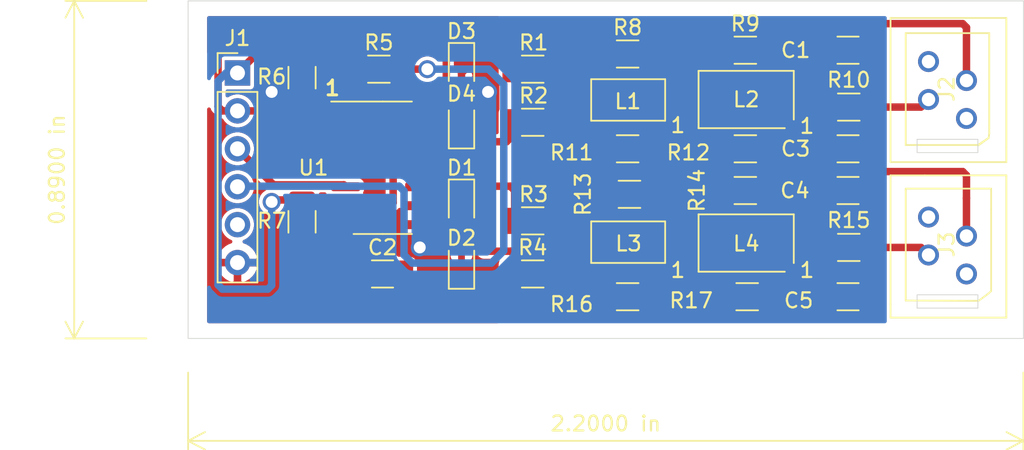
<source format=kicad_pcb>
(kicad_pcb (version 20171130) (host pcbnew "(5.1.7)-1")

  (general
    (thickness 1.6)
    (drawings 52)
    (tracks 206)
    (zones 0)
    (modules 34)
    (nets 33)
  )

  (page A4)
  (layers
    (0 F.Cu signal)
    (31 B.Cu signal)
    (32 B.Adhes user)
    (33 F.Adhes user)
    (34 B.Paste user)
    (35 F.Paste user)
    (36 B.SilkS user)
    (37 F.SilkS user)
    (38 B.Mask user)
    (39 F.Mask user)
    (40 Dwgs.User user)
    (41 Cmts.User user)
    (42 Eco1.User user)
    (43 Eco2.User user)
    (44 Edge.Cuts user)
    (45 Margin user)
    (46 B.CrtYd user)
    (47 F.CrtYd user)
    (48 B.Fab user)
    (49 F.Fab user)
  )

  (setup
    (last_trace_width 0.25)
    (user_trace_width 0.5)
    (user_trace_width 0.75)
    (trace_clearance 0.2)
    (zone_clearance 0.508)
    (zone_45_only no)
    (trace_min 0.2)
    (via_size 0.8)
    (via_drill 0.4)
    (via_min_size 0.4)
    (via_min_drill 0.3)
    (user_via 1.2 0.8)
    (uvia_size 0.3)
    (uvia_drill 0.1)
    (uvias_allowed no)
    (uvia_min_size 0.2)
    (uvia_min_drill 0.1)
    (edge_width 0.05)
    (segment_width 0.2)
    (pcb_text_width 0.3)
    (pcb_text_size 1.5 1.5)
    (mod_edge_width 0.12)
    (mod_text_size 1 1)
    (mod_text_width 0.15)
    (pad_size 1.524 1.524)
    (pad_drill 0.762)
    (pad_to_mask_clearance 0)
    (aux_axis_origin 0 0)
    (visible_elements 7FFDFFFF)
    (pcbplotparams
      (layerselection 0x010f0_ffffffff)
      (usegerberextensions false)
      (usegerberattributes true)
      (usegerberadvancedattributes true)
      (creategerberjobfile true)
      (excludeedgelayer true)
      (linewidth 0.150000)
      (plotframeref false)
      (viasonmask false)
      (mode 1)
      (useauxorigin false)
      (hpglpennumber 1)
      (hpglpenspeed 20)
      (hpglpendiameter 15.000000)
      (psnegative false)
      (psa4output false)
      (plotreference true)
      (plotvalue false)
      (plotinvisibletext false)
      (padsonsilk false)
      (subtractmaskfromsilk false)
      (outputformat 1)
      (mirror false)
      (drillshape 0)
      (scaleselection 1)
      (outputdirectory ""))
  )

  (net 0 "")
  (net 1 "Net-(C1-Pad2)")
  (net 2 A_COMM)
  (net 3 +5V)
  (net 4 GND)
  (net 5 B_COMM)
  (net 6 "Net-(C3-Pad1)")
  (net 7 "Net-(C4-Pad2)")
  (net 8 Z_COMM)
  (net 9 Y_COMM)
  (net 10 "Net-(C5-Pad1)")
  (net 11 Z)
  (net 12 Y)
  (net 13 A)
  (net 14 B)
  (net 15 !CTS)
  (net 16 TXD)
  (net 17 RXD)
  (net 18 !RTS)
  (net 19 "Net-(L1-Pad1)")
  (net 20 "Net-(L1-Pad2)")
  (net 21 A')
  (net 22 B')
  (net 23 "Net-(L3-Pad1)")
  (net 24 "Net-(L3-Pad2)")
  (net 25 Z')
  (net 26 Y')
  (net 27 "Net-(U1-Pad8)")
  (net 28 "Net-(U1-Pad1)")
  (net 29 "Net-(J2-Pad1)")
  (net 30 "Net-(J2-Pad4)")
  (net 31 "Net-(J3-Pad1)")
  (net 32 "Net-(J3-Pad4)")

  (net_class Default "This is the default net class."
    (clearance 0.2)
    (trace_width 0.25)
    (via_dia 0.8)
    (via_drill 0.4)
    (uvia_dia 0.3)
    (uvia_drill 0.1)
    (add_net !CTS)
    (add_net !RTS)
    (add_net +5V)
    (add_net A)
    (add_net A')
    (add_net A_COMM)
    (add_net B)
    (add_net B')
    (add_net B_COMM)
    (add_net GND)
    (add_net "Net-(C1-Pad2)")
    (add_net "Net-(C3-Pad1)")
    (add_net "Net-(C4-Pad2)")
    (add_net "Net-(C5-Pad1)")
    (add_net "Net-(J2-Pad1)")
    (add_net "Net-(J2-Pad4)")
    (add_net "Net-(J3-Pad1)")
    (add_net "Net-(J3-Pad4)")
    (add_net "Net-(L1-Pad1)")
    (add_net "Net-(L1-Pad2)")
    (add_net "Net-(L3-Pad1)")
    (add_net "Net-(L3-Pad2)")
    (add_net "Net-(U1-Pad1)")
    (add_net "Net-(U1-Pad8)")
    (add_net RXD)
    (add_net TXD)
    (add_net Y)
    (add_net Y')
    (add_net Y_COMM)
    (add_net Z)
    (add_net Z')
    (add_net Z_COMM)
  )

  (module LQFP-32_7x7mm_P0.8mm_STM32custom:2178710-4 (layer F.Cu) (tedit 5F19611C) (tstamp 5F9CDA5E)
    (at 167.64 113.538 90)
    (path /5FA995A1)
    (fp_text reference J3 (at 0.7 -0.05 90) (layer F.SilkS)
      (effects (font (size 1 1) (thickness 0.15)))
    )
    (fp_text value "Diff LineYZ Connector" (at 0.7 -4.4 90) (layer F.Fab)
      (effects (font (size 1 1) (thickness 0.15)))
    )
    (fp_line (start 4.24 1.98) (end 4.24 2.67) (layer F.Fab) (width 0.12))
    (fp_line (start 4.24 -1.98) (end 4.24 1.98) (layer F.Fab) (width 0.12))
    (fp_line (start 4.24 -2.65) (end 4.24 -1.98) (layer F.Fab) (width 0.12))
    (fp_line (start -2.92 -2.65) (end 4.24 -2.65) (layer F.Fab) (width 0.12))
    (fp_line (start -2.92 -1.98) (end -2.92 -2.65) (layer F.Fab) (width 0.12))
    (fp_line (start -2.425 2.675) (end 4.24 2.67) (layer F.Fab) (width 0.12))
    (fp_line (start -2.92 2) (end -2.425 2.675) (layer F.Fab) (width 0.12))
    (fp_line (start -2.92 -1.98) (end -2.92 2) (layer F.Fab) (width 0.12))
    (fp_line (start -4 -2) (end -4 3.75) (layer F.Fab) (width 0.12))
    (fp_line (start -4 3.75) (end 5 3.75) (layer F.Fab) (width 0.12))
    (fp_line (start 5 3.75) (end 5.25 3.75) (layer F.CrtYd) (width 0.12))
    (fp_line (start 5.25 3.75) (end 5.25 -3.6) (layer F.Fab) (width 0.12))
    (fp_line (start 5.25 -3.6) (end -4 -3.6) (layer F.Fab) (width 0.12))
    (fp_line (start -4 -3.6) (end -4 -2) (layer F.Fab) (width 0.12))
    (fp_line (start -3.07 2.075) (end -2.575 2.75) (layer F.SilkS) (width 0.12))
    (pad 1 thru_hole circle (at -1.27 1.27 90) (size 1.4 1.4) (drill 0.9) (layers *.Cu *.Mask)
      (net 31 "Net-(J3-Pad1)"))
    (pad 2 thru_hole circle (at 0 -1.27 90) (size 1.4 1.4) (drill 0.9) (layers *.Cu *.Mask)
      (net 9 Y_COMM))
    (pad 3 thru_hole circle (at 1.27 1.27 90) (size 1.4 1.4) (drill 0.9) (layers *.Cu *.Mask)
      (net 8 Z_COMM))
    (pad 4 thru_hole circle (at 2.54 -1.27 90) (size 1.4 1.4) (drill 0.9) (layers *.Cu *.Mask)
      (net 32 "Net-(J3-Pad4)"))
  )

  (module Package_SO:SOIC-14_3.9x8.7mm_P1.27mm (layer F.Cu) (tedit 5D9F72B1) (tstamp 5F9C85AE)
    (at 129.859 107.696)
    (descr "SOIC, 14 Pin (JEDEC MS-012AB, https://www.analog.com/media/en/package-pcb-resources/package/pkg_pdf/soic_narrow-r/r_14.pdf), generated with kicad-footprint-generator ipc_gullwing_generator.py")
    (tags "SOIC SO")
    (path /5F8FB1D0)
    (attr smd)
    (fp_text reference U1 (at -4.637 0) (layer F.SilkS)
      (effects (font (size 1 1) (thickness 0.15)))
    )
    (fp_text value SN65HVD1793 (at 0 5.28) (layer F.Fab)
      (effects (font (size 1 1) (thickness 0.15)))
    )
    (fp_line (start 0 4.435) (end 1.95 4.435) (layer F.SilkS) (width 0.12))
    (fp_line (start 0 4.435) (end -1.95 4.435) (layer F.SilkS) (width 0.12))
    (fp_line (start 0 -4.435) (end 1.95 -4.435) (layer F.SilkS) (width 0.12))
    (fp_line (start 0 -4.435) (end -3.45 -4.435) (layer F.SilkS) (width 0.12))
    (fp_line (start -0.975 -4.325) (end 1.95 -4.325) (layer F.Fab) (width 0.1))
    (fp_line (start 1.95 -4.325) (end 1.95 4.325) (layer F.Fab) (width 0.1))
    (fp_line (start 1.95 4.325) (end -1.95 4.325) (layer F.Fab) (width 0.1))
    (fp_line (start -1.95 4.325) (end -1.95 -3.35) (layer F.Fab) (width 0.1))
    (fp_line (start -1.95 -3.35) (end -0.975 -4.325) (layer F.Fab) (width 0.1))
    (fp_line (start -3.7 -4.58) (end -3.7 4.58) (layer F.CrtYd) (width 0.05))
    (fp_line (start -3.7 4.58) (end 3.7 4.58) (layer F.CrtYd) (width 0.05))
    (fp_line (start 3.7 4.58) (end 3.7 -4.58) (layer F.CrtYd) (width 0.05))
    (fp_line (start 3.7 -4.58) (end -3.7 -4.58) (layer F.CrtYd) (width 0.05))
    (fp_text user %R (at 0 0) (layer F.Fab)
      (effects (font (size 0.98 0.98) (thickness 0.15)))
    )
    (pad 14 smd roundrect (at 2.475 -3.81) (size 1.95 0.6) (layers F.Cu F.Paste F.Mask) (roundrect_rratio 0.25)
      (net 3 +5V))
    (pad 13 smd roundrect (at 2.475 -2.54) (size 1.95 0.6) (layers F.Cu F.Paste F.Mask) (roundrect_rratio 0.25)
      (net 3 +5V))
    (pad 12 smd roundrect (at 2.475 -1.27) (size 1.95 0.6) (layers F.Cu F.Paste F.Mask) (roundrect_rratio 0.25)
      (net 13 A))
    (pad 11 smd roundrect (at 2.475 0) (size 1.95 0.6) (layers F.Cu F.Paste F.Mask) (roundrect_rratio 0.25)
      (net 14 B))
    (pad 10 smd roundrect (at 2.475 1.27) (size 1.95 0.6) (layers F.Cu F.Paste F.Mask) (roundrect_rratio 0.25)
      (net 11 Z))
    (pad 9 smd roundrect (at 2.475 2.54) (size 1.95 0.6) (layers F.Cu F.Paste F.Mask) (roundrect_rratio 0.25)
      (net 12 Y))
    (pad 8 smd roundrect (at 2.475 3.81) (size 1.95 0.6) (layers F.Cu F.Paste F.Mask) (roundrect_rratio 0.25)
      (net 27 "Net-(U1-Pad8)"))
    (pad 7 smd roundrect (at -2.475 3.81) (size 1.95 0.6) (layers F.Cu F.Paste F.Mask) (roundrect_rratio 0.25)
      (net 4 GND))
    (pad 6 smd roundrect (at -2.475 2.54) (size 1.95 0.6) (layers F.Cu F.Paste F.Mask) (roundrect_rratio 0.25)
      (net 4 GND))
    (pad 5 smd roundrect (at -2.475 1.27) (size 1.95 0.6) (layers F.Cu F.Paste F.Mask) (roundrect_rratio 0.25)
      (net 16 TXD))
    (pad 4 smd roundrect (at -2.475 0) (size 1.95 0.6) (layers F.Cu F.Paste F.Mask) (roundrect_rratio 0.25)
      (net 18 !RTS))
    (pad 3 smd roundrect (at -2.475 -1.27) (size 1.95 0.6) (layers F.Cu F.Paste F.Mask) (roundrect_rratio 0.25)
      (net 18 !RTS))
    (pad 2 smd roundrect (at -2.475 -2.54) (size 1.95 0.6) (layers F.Cu F.Paste F.Mask) (roundrect_rratio 0.25)
      (net 17 RXD))
    (pad 1 smd roundrect (at -2.475 -3.81) (size 1.95 0.6) (layers F.Cu F.Paste F.Mask) (roundrect_rratio 0.25)
      (net 28 "Net-(U1-Pad1)"))
    (model ${KISYS3DMOD}/Package_SO.3dshapes/SOIC-14_3.9x8.7mm_P1.27mm.wrl
      (at (xyz 0 0 0))
      (scale (xyz 1 1 1))
      (rotate (xyz 0 0 0))
    )
  )

  (module Resistor_SMD:R_1206_3216Metric (layer F.Cu) (tedit 5F68FEEE) (tstamp 5F9CA224)
    (at 154.2395 116.332)
    (descr "Resistor SMD 1206 (3216 Metric), square (rectangular) end terminal, IPC_7351 nominal, (Body size source: IPC-SM-782 page 72, https://www.pcb-3d.com/wordpress/wp-content/uploads/ipc-sm-782a_amendment_1_and_2.pdf), generated with kicad-footprint-generator")
    (tags resistor)
    (path /5F950986)
    (attr smd)
    (fp_text reference R17 (at -3.7485 0.254) (layer F.SilkS)
      (effects (font (size 1 1) (thickness 0.15)))
    )
    (fp_text value 120R (at 0 1.82) (layer F.Fab)
      (effects (font (size 1 1) (thickness 0.15)))
    )
    (fp_line (start -1.6 0.8) (end -1.6 -0.8) (layer F.Fab) (width 0.1))
    (fp_line (start -1.6 -0.8) (end 1.6 -0.8) (layer F.Fab) (width 0.1))
    (fp_line (start 1.6 -0.8) (end 1.6 0.8) (layer F.Fab) (width 0.1))
    (fp_line (start 1.6 0.8) (end -1.6 0.8) (layer F.Fab) (width 0.1))
    (fp_line (start -0.727064 -0.91) (end 0.727064 -0.91) (layer F.SilkS) (width 0.12))
    (fp_line (start -0.727064 0.91) (end 0.727064 0.91) (layer F.SilkS) (width 0.12))
    (fp_line (start -2.28 1.12) (end -2.28 -1.12) (layer F.CrtYd) (width 0.05))
    (fp_line (start -2.28 -1.12) (end 2.28 -1.12) (layer F.CrtYd) (width 0.05))
    (fp_line (start 2.28 -1.12) (end 2.28 1.12) (layer F.CrtYd) (width 0.05))
    (fp_line (start 2.28 1.12) (end -2.28 1.12) (layer F.CrtYd) (width 0.05))
    (fp_text user %R (at 0 0) (layer F.Fab)
      (effects (font (size 0.8 0.8) (thickness 0.12)))
    )
    (pad 2 smd roundrect (at 1.4625 0) (size 1.125 1.75) (layers F.Cu F.Paste F.Mask) (roundrect_rratio 0.2222213333333333)
      (net 10 "Net-(C5-Pad1)"))
    (pad 1 smd roundrect (at -1.4625 0) (size 1.125 1.75) (layers F.Cu F.Paste F.Mask) (roundrect_rratio 0.2222213333333333)
      (net 23 "Net-(L3-Pad1)"))
    (model ${KISYS3DMOD}/Resistor_SMD.3dshapes/R_1206_3216Metric.wrl
      (at (xyz 0 0 0))
      (scale (xyz 1 1 1))
      (rotate (xyz 0 0 0))
    )
  )

  (module Resistor_SMD:R_1206_3216Metric (layer F.Cu) (tedit 5F68FEEE) (tstamp 5F9C857D)
    (at 146.2425 116.332 180)
    (descr "Resistor SMD 1206 (3216 Metric), square (rectangular) end terminal, IPC_7351 nominal, (Body size source: IPC-SM-782 page 72, https://www.pcb-3d.com/wordpress/wp-content/uploads/ipc-sm-782a_amendment_1_and_2.pdf), generated with kicad-footprint-generator")
    (tags resistor)
    (path /5F95097A)
    (attr smd)
    (fp_text reference R16 (at 3.7485 -0.508) (layer F.SilkS)
      (effects (font (size 1 1) (thickness 0.15)))
    )
    (fp_text value 120R (at 0 1.82) (layer F.Fab)
      (effects (font (size 1 1) (thickness 0.15)))
    )
    (fp_line (start -1.6 0.8) (end -1.6 -0.8) (layer F.Fab) (width 0.1))
    (fp_line (start -1.6 -0.8) (end 1.6 -0.8) (layer F.Fab) (width 0.1))
    (fp_line (start 1.6 -0.8) (end 1.6 0.8) (layer F.Fab) (width 0.1))
    (fp_line (start 1.6 0.8) (end -1.6 0.8) (layer F.Fab) (width 0.1))
    (fp_line (start -0.727064 -0.91) (end 0.727064 -0.91) (layer F.SilkS) (width 0.12))
    (fp_line (start -0.727064 0.91) (end 0.727064 0.91) (layer F.SilkS) (width 0.12))
    (fp_line (start -2.28 1.12) (end -2.28 -1.12) (layer F.CrtYd) (width 0.05))
    (fp_line (start -2.28 -1.12) (end 2.28 -1.12) (layer F.CrtYd) (width 0.05))
    (fp_line (start 2.28 -1.12) (end 2.28 1.12) (layer F.CrtYd) (width 0.05))
    (fp_line (start 2.28 1.12) (end -2.28 1.12) (layer F.CrtYd) (width 0.05))
    (fp_text user %R (at 0 0) (layer F.Fab)
      (effects (font (size 0.8 0.8) (thickness 0.12)))
    )
    (pad 2 smd roundrect (at 1.4625 0 180) (size 1.125 1.75) (layers F.Cu F.Paste F.Mask) (roundrect_rratio 0.2222213333333333)
      (net 26 Y'))
    (pad 1 smd roundrect (at -1.4625 0 180) (size 1.125 1.75) (layers F.Cu F.Paste F.Mask) (roundrect_rratio 0.2222213333333333)
      (net 23 "Net-(L3-Pad1)"))
    (model ${KISYS3DMOD}/Resistor_SMD.3dshapes/R_1206_3216Metric.wrl
      (at (xyz 0 0 0))
      (scale (xyz 1 1 1))
      (rotate (xyz 0 0 0))
    )
  )

  (module Resistor_SMD:R_1206_3216Metric (layer F.Cu) (tedit 5F68FEEE) (tstamp 5F9C856C)
    (at 161.036 113.03)
    (descr "Resistor SMD 1206 (3216 Metric), square (rectangular) end terminal, IPC_7351 nominal, (Body size source: IPC-SM-782 page 72, https://www.pcb-3d.com/wordpress/wp-content/uploads/ipc-sm-782a_amendment_1_and_2.pdf), generated with kicad-footprint-generator")
    (tags resistor)
    (path /5F951E2A)
    (attr smd)
    (fp_text reference R15 (at 0 -1.82) (layer F.SilkS)
      (effects (font (size 1 1) (thickness 0.15)))
    )
    (fp_text value 120R (at 0 1.82) (layer F.Fab)
      (effects (font (size 1 1) (thickness 0.15)))
    )
    (fp_line (start -1.6 0.8) (end -1.6 -0.8) (layer F.Fab) (width 0.1))
    (fp_line (start -1.6 -0.8) (end 1.6 -0.8) (layer F.Fab) (width 0.1))
    (fp_line (start 1.6 -0.8) (end 1.6 0.8) (layer F.Fab) (width 0.1))
    (fp_line (start 1.6 0.8) (end -1.6 0.8) (layer F.Fab) (width 0.1))
    (fp_line (start -0.727064 -0.91) (end 0.727064 -0.91) (layer F.SilkS) (width 0.12))
    (fp_line (start -0.727064 0.91) (end 0.727064 0.91) (layer F.SilkS) (width 0.12))
    (fp_line (start -2.28 1.12) (end -2.28 -1.12) (layer F.CrtYd) (width 0.05))
    (fp_line (start -2.28 -1.12) (end 2.28 -1.12) (layer F.CrtYd) (width 0.05))
    (fp_line (start 2.28 -1.12) (end 2.28 1.12) (layer F.CrtYd) (width 0.05))
    (fp_line (start 2.28 1.12) (end -2.28 1.12) (layer F.CrtYd) (width 0.05))
    (fp_text user %R (at 0 0) (layer F.Fab)
      (effects (font (size 0.8 0.8) (thickness 0.12)))
    )
    (pad 2 smd roundrect (at 1.4625 0) (size 1.125 1.75) (layers F.Cu F.Paste F.Mask) (roundrect_rratio 0.2222213333333333)
      (net 9 Y_COMM))
    (pad 1 smd roundrect (at -1.4625 0) (size 1.125 1.75) (layers F.Cu F.Paste F.Mask) (roundrect_rratio 0.2222213333333333)
      (net 8 Z_COMM))
    (model ${KISYS3DMOD}/Resistor_SMD.3dshapes/R_1206_3216Metric.wrl
      (at (xyz 0 0 0))
      (scale (xyz 1 1 1))
      (rotate (xyz 0 0 0))
    )
  )

  (module Resistor_SMD:R_1206_3216Metric (layer F.Cu) (tedit 5F68FEEE) (tstamp 5F9C855B)
    (at 154.1165 109.22 180)
    (descr "Resistor SMD 1206 (3216 Metric), square (rectangular) end terminal, IPC_7351 nominal, (Body size source: IPC-SM-782 page 72, https://www.pcb-3d.com/wordpress/wp-content/uploads/ipc-sm-782a_amendment_1_and_2.pdf), generated with kicad-footprint-generator")
    (tags resistor)
    (path /5F950980)
    (attr smd)
    (fp_text reference R14 (at 3.2405 0 90) (layer F.SilkS)
      (effects (font (size 1 1) (thickness 0.15)))
    )
    (fp_text value 120R (at 0 1.82) (layer F.Fab)
      (effects (font (size 1 1) (thickness 0.15)))
    )
    (fp_line (start -1.6 0.8) (end -1.6 -0.8) (layer F.Fab) (width 0.1))
    (fp_line (start -1.6 -0.8) (end 1.6 -0.8) (layer F.Fab) (width 0.1))
    (fp_line (start 1.6 -0.8) (end 1.6 0.8) (layer F.Fab) (width 0.1))
    (fp_line (start 1.6 0.8) (end -1.6 0.8) (layer F.Fab) (width 0.1))
    (fp_line (start -0.727064 -0.91) (end 0.727064 -0.91) (layer F.SilkS) (width 0.12))
    (fp_line (start -0.727064 0.91) (end 0.727064 0.91) (layer F.SilkS) (width 0.12))
    (fp_line (start -2.28 1.12) (end -2.28 -1.12) (layer F.CrtYd) (width 0.05))
    (fp_line (start -2.28 -1.12) (end 2.28 -1.12) (layer F.CrtYd) (width 0.05))
    (fp_line (start 2.28 -1.12) (end 2.28 1.12) (layer F.CrtYd) (width 0.05))
    (fp_line (start 2.28 1.12) (end -2.28 1.12) (layer F.CrtYd) (width 0.05))
    (fp_text user %R (at 0 0) (layer F.Fab)
      (effects (font (size 0.8 0.8) (thickness 0.12)))
    )
    (pad 2 smd roundrect (at 1.4625 0 180) (size 1.125 1.75) (layers F.Cu F.Paste F.Mask) (roundrect_rratio 0.2222213333333333)
      (net 24 "Net-(L3-Pad2)"))
    (pad 1 smd roundrect (at -1.4625 0 180) (size 1.125 1.75) (layers F.Cu F.Paste F.Mask) (roundrect_rratio 0.2222213333333333)
      (net 7 "Net-(C4-Pad2)"))
    (model ${KISYS3DMOD}/Resistor_SMD.3dshapes/R_1206_3216Metric.wrl
      (at (xyz 0 0 0))
      (scale (xyz 1 1 1))
      (rotate (xyz 0 0 0))
    )
  )

  (module Resistor_SMD:R_1206_3216Metric (layer F.Cu) (tedit 5F68FEEE) (tstamp 5F9CA59D)
    (at 146.3655 109.474 180)
    (descr "Resistor SMD 1206 (3216 Metric), square (rectangular) end terminal, IPC_7351 nominal, (Body size source: IPC-SM-782 page 72, https://www.pcb-3d.com/wordpress/wp-content/uploads/ipc-sm-782a_amendment_1_and_2.pdf), generated with kicad-footprint-generator")
    (tags resistor)
    (path /5F950974)
    (attr smd)
    (fp_text reference R13 (at 3.1095 0 90) (layer F.SilkS)
      (effects (font (size 1 1) (thickness 0.15)))
    )
    (fp_text value 120R (at 0 1.82) (layer F.Fab)
      (effects (font (size 1 1) (thickness 0.15)))
    )
    (fp_line (start -1.6 0.8) (end -1.6 -0.8) (layer F.Fab) (width 0.1))
    (fp_line (start -1.6 -0.8) (end 1.6 -0.8) (layer F.Fab) (width 0.1))
    (fp_line (start 1.6 -0.8) (end 1.6 0.8) (layer F.Fab) (width 0.1))
    (fp_line (start 1.6 0.8) (end -1.6 0.8) (layer F.Fab) (width 0.1))
    (fp_line (start -0.727064 -0.91) (end 0.727064 -0.91) (layer F.SilkS) (width 0.12))
    (fp_line (start -0.727064 0.91) (end 0.727064 0.91) (layer F.SilkS) (width 0.12))
    (fp_line (start -2.28 1.12) (end -2.28 -1.12) (layer F.CrtYd) (width 0.05))
    (fp_line (start -2.28 -1.12) (end 2.28 -1.12) (layer F.CrtYd) (width 0.05))
    (fp_line (start 2.28 -1.12) (end 2.28 1.12) (layer F.CrtYd) (width 0.05))
    (fp_line (start 2.28 1.12) (end -2.28 1.12) (layer F.CrtYd) (width 0.05))
    (fp_text user %R (at 0 0) (layer F.Fab)
      (effects (font (size 0.8 0.8) (thickness 0.12)))
    )
    (pad 2 smd roundrect (at 1.4625 0 180) (size 1.125 1.75) (layers F.Cu F.Paste F.Mask) (roundrect_rratio 0.2222213333333333)
      (net 25 Z'))
    (pad 1 smd roundrect (at -1.4625 0 180) (size 1.125 1.75) (layers F.Cu F.Paste F.Mask) (roundrect_rratio 0.2222213333333333)
      (net 24 "Net-(L3-Pad2)"))
    (model ${KISYS3DMOD}/Resistor_SMD.3dshapes/R_1206_3216Metric.wrl
      (at (xyz 0 0 0))
      (scale (xyz 1 1 1))
      (rotate (xyz 0 0 0))
    )
  )

  (module Resistor_SMD:R_1206_3216Metric (layer F.Cu) (tedit 5F68FEEE) (tstamp 5F9C0B00)
    (at 154.1165 106.426)
    (descr "Resistor SMD 1206 (3216 Metric), square (rectangular) end terminal, IPC_7351 nominal, (Body size source: IPC-SM-782 page 72, https://www.pcb-3d.com/wordpress/wp-content/uploads/ipc-sm-782a_amendment_1_and_2.pdf), generated with kicad-footprint-generator")
    (tags resistor)
    (path /5F92A45D)
    (attr smd)
    (fp_text reference R12 (at -3.81 0.254) (layer F.SilkS)
      (effects (font (size 1 1) (thickness 0.15)))
    )
    (fp_text value 120R (at 0 1.82) (layer F.Fab)
      (effects (font (size 1 1) (thickness 0.15)))
    )
    (fp_line (start -1.6 0.8) (end -1.6 -0.8) (layer F.Fab) (width 0.1))
    (fp_line (start -1.6 -0.8) (end 1.6 -0.8) (layer F.Fab) (width 0.1))
    (fp_line (start 1.6 -0.8) (end 1.6 0.8) (layer F.Fab) (width 0.1))
    (fp_line (start 1.6 0.8) (end -1.6 0.8) (layer F.Fab) (width 0.1))
    (fp_line (start -0.727064 -0.91) (end 0.727064 -0.91) (layer F.SilkS) (width 0.12))
    (fp_line (start -0.727064 0.91) (end 0.727064 0.91) (layer F.SilkS) (width 0.12))
    (fp_line (start -2.28 1.12) (end -2.28 -1.12) (layer F.CrtYd) (width 0.05))
    (fp_line (start -2.28 -1.12) (end 2.28 -1.12) (layer F.CrtYd) (width 0.05))
    (fp_line (start 2.28 -1.12) (end 2.28 1.12) (layer F.CrtYd) (width 0.05))
    (fp_line (start 2.28 1.12) (end -2.28 1.12) (layer F.CrtYd) (width 0.05))
    (fp_text user %R (at 0 0) (layer F.Fab)
      (effects (font (size 0.8 0.8) (thickness 0.12)))
    )
    (pad 2 smd roundrect (at 1.4625 0) (size 1.125 1.75) (layers F.Cu F.Paste F.Mask) (roundrect_rratio 0.2222213333333333)
      (net 6 "Net-(C3-Pad1)"))
    (pad 1 smd roundrect (at -1.4625 0) (size 1.125 1.75) (layers F.Cu F.Paste F.Mask) (roundrect_rratio 0.2222213333333333)
      (net 19 "Net-(L1-Pad1)"))
    (model ${KISYS3DMOD}/Resistor_SMD.3dshapes/R_1206_3216Metric.wrl
      (at (xyz 0 0 0))
      (scale (xyz 1 1 1))
      (rotate (xyz 0 0 0))
    )
  )

  (module Resistor_SMD:R_1206_3216Metric (layer F.Cu) (tedit 5F68FEEE) (tstamp 5F9C8528)
    (at 146.2425 106.426 180)
    (descr "Resistor SMD 1206 (3216 Metric), square (rectangular) end terminal, IPC_7351 nominal, (Body size source: IPC-SM-782 page 72, https://www.pcb-3d.com/wordpress/wp-content/uploads/ipc-sm-782a_amendment_1_and_2.pdf), generated with kicad-footprint-generator")
    (tags resistor)
    (path /5F928172)
    (attr smd)
    (fp_text reference R11 (at 3.7485 -0.254) (layer F.SilkS)
      (effects (font (size 1 1) (thickness 0.15)))
    )
    (fp_text value 120R (at 0 1.82) (layer F.Fab)
      (effects (font (size 1 1) (thickness 0.15)))
    )
    (fp_line (start -1.6 0.8) (end -1.6 -0.8) (layer F.Fab) (width 0.1))
    (fp_line (start -1.6 -0.8) (end 1.6 -0.8) (layer F.Fab) (width 0.1))
    (fp_line (start 1.6 -0.8) (end 1.6 0.8) (layer F.Fab) (width 0.1))
    (fp_line (start 1.6 0.8) (end -1.6 0.8) (layer F.Fab) (width 0.1))
    (fp_line (start -0.727064 -0.91) (end 0.727064 -0.91) (layer F.SilkS) (width 0.12))
    (fp_line (start -0.727064 0.91) (end 0.727064 0.91) (layer F.SilkS) (width 0.12))
    (fp_line (start -2.28 1.12) (end -2.28 -1.12) (layer F.CrtYd) (width 0.05))
    (fp_line (start -2.28 -1.12) (end 2.28 -1.12) (layer F.CrtYd) (width 0.05))
    (fp_line (start 2.28 -1.12) (end 2.28 1.12) (layer F.CrtYd) (width 0.05))
    (fp_line (start 2.28 1.12) (end -2.28 1.12) (layer F.CrtYd) (width 0.05))
    (fp_text user %R (at 0 0) (layer F.Fab)
      (effects (font (size 0.8 0.8) (thickness 0.12)))
    )
    (pad 2 smd roundrect (at 1.4625 0 180) (size 1.125 1.75) (layers F.Cu F.Paste F.Mask) (roundrect_rratio 0.2222213333333333)
      (net 22 B'))
    (pad 1 smd roundrect (at -1.4625 0 180) (size 1.125 1.75) (layers F.Cu F.Paste F.Mask) (roundrect_rratio 0.2222213333333333)
      (net 19 "Net-(L1-Pad1)"))
    (model ${KISYS3DMOD}/Resistor_SMD.3dshapes/R_1206_3216Metric.wrl
      (at (xyz 0 0 0))
      (scale (xyz 1 1 1))
      (rotate (xyz 0 0 0))
    )
  )

  (module Resistor_SMD:R_1206_3216Metric (layer F.Cu) (tedit 5F68FEEE) (tstamp 5F9C8517)
    (at 161.036 103.632)
    (descr "Resistor SMD 1206 (3216 Metric), square (rectangular) end terminal, IPC_7351 nominal, (Body size source: IPC-SM-782 page 72, https://www.pcb-3d.com/wordpress/wp-content/uploads/ipc-sm-782a_amendment_1_and_2.pdf), generated with kicad-footprint-generator")
    (tags resistor)
    (path /5F94039E)
    (attr smd)
    (fp_text reference R10 (at 0 -1.82) (layer F.SilkS)
      (effects (font (size 1 1) (thickness 0.15)))
    )
    (fp_text value 120R (at 0 1.82) (layer F.Fab)
      (effects (font (size 1 1) (thickness 0.15)))
    )
    (fp_line (start -1.6 0.8) (end -1.6 -0.8) (layer F.Fab) (width 0.1))
    (fp_line (start -1.6 -0.8) (end 1.6 -0.8) (layer F.Fab) (width 0.1))
    (fp_line (start 1.6 -0.8) (end 1.6 0.8) (layer F.Fab) (width 0.1))
    (fp_line (start 1.6 0.8) (end -1.6 0.8) (layer F.Fab) (width 0.1))
    (fp_line (start -0.727064 -0.91) (end 0.727064 -0.91) (layer F.SilkS) (width 0.12))
    (fp_line (start -0.727064 0.91) (end 0.727064 0.91) (layer F.SilkS) (width 0.12))
    (fp_line (start -2.28 1.12) (end -2.28 -1.12) (layer F.CrtYd) (width 0.05))
    (fp_line (start -2.28 -1.12) (end 2.28 -1.12) (layer F.CrtYd) (width 0.05))
    (fp_line (start 2.28 -1.12) (end 2.28 1.12) (layer F.CrtYd) (width 0.05))
    (fp_line (start 2.28 1.12) (end -2.28 1.12) (layer F.CrtYd) (width 0.05))
    (fp_text user %R (at 0 0) (layer F.Fab)
      (effects (font (size 0.8 0.8) (thickness 0.12)))
    )
    (pad 2 smd roundrect (at 1.4625 0) (size 1.125 1.75) (layers F.Cu F.Paste F.Mask) (roundrect_rratio 0.2222213333333333)
      (net 5 B_COMM))
    (pad 1 smd roundrect (at -1.4625 0) (size 1.125 1.75) (layers F.Cu F.Paste F.Mask) (roundrect_rratio 0.2222213333333333)
      (net 2 A_COMM))
    (model ${KISYS3DMOD}/Resistor_SMD.3dshapes/R_1206_3216Metric.wrl
      (at (xyz 0 0 0))
      (scale (xyz 1 1 1))
      (rotate (xyz 0 0 0))
    )
  )

  (module Resistor_SMD:R_1206_3216Metric (layer F.Cu) (tedit 5F68FEEE) (tstamp 5F9C8506)
    (at 154.1165 99.822 180)
    (descr "Resistor SMD 1206 (3216 Metric), square (rectangular) end terminal, IPC_7351 nominal, (Body size source: IPC-SM-782 page 72, https://www.pcb-3d.com/wordpress/wp-content/uploads/ipc-sm-782a_amendment_1_and_2.pdf), generated with kicad-footprint-generator")
    (tags resistor)
    (path /5F929C56)
    (attr smd)
    (fp_text reference R9 (at 0 1.778) (layer F.SilkS)
      (effects (font (size 1 1) (thickness 0.15)))
    )
    (fp_text value 120R (at 0 1.82) (layer F.Fab)
      (effects (font (size 1 1) (thickness 0.15)))
    )
    (fp_line (start -1.6 0.8) (end -1.6 -0.8) (layer F.Fab) (width 0.1))
    (fp_line (start -1.6 -0.8) (end 1.6 -0.8) (layer F.Fab) (width 0.1))
    (fp_line (start 1.6 -0.8) (end 1.6 0.8) (layer F.Fab) (width 0.1))
    (fp_line (start 1.6 0.8) (end -1.6 0.8) (layer F.Fab) (width 0.1))
    (fp_line (start -0.727064 -0.91) (end 0.727064 -0.91) (layer F.SilkS) (width 0.12))
    (fp_line (start -0.727064 0.91) (end 0.727064 0.91) (layer F.SilkS) (width 0.12))
    (fp_line (start -2.28 1.12) (end -2.28 -1.12) (layer F.CrtYd) (width 0.05))
    (fp_line (start -2.28 -1.12) (end 2.28 -1.12) (layer F.CrtYd) (width 0.05))
    (fp_line (start 2.28 -1.12) (end 2.28 1.12) (layer F.CrtYd) (width 0.05))
    (fp_line (start 2.28 1.12) (end -2.28 1.12) (layer F.CrtYd) (width 0.05))
    (fp_text user %R (at 0 0) (layer F.Fab)
      (effects (font (size 0.8 0.8) (thickness 0.12)))
    )
    (pad 2 smd roundrect (at 1.4625 0 180) (size 1.125 1.75) (layers F.Cu F.Paste F.Mask) (roundrect_rratio 0.2222213333333333)
      (net 20 "Net-(L1-Pad2)"))
    (pad 1 smd roundrect (at -1.4625 0 180) (size 1.125 1.75) (layers F.Cu F.Paste F.Mask) (roundrect_rratio 0.2222213333333333)
      (net 1 "Net-(C1-Pad2)"))
    (model ${KISYS3DMOD}/Resistor_SMD.3dshapes/R_1206_3216Metric.wrl
      (at (xyz 0 0 0))
      (scale (xyz 1 1 1))
      (rotate (xyz 0 0 0))
    )
  )

  (module Resistor_SMD:R_1206_3216Metric (layer F.Cu) (tedit 5F68FEEE) (tstamp 5F9C84F5)
    (at 146.2425 100.076 180)
    (descr "Resistor SMD 1206 (3216 Metric), square (rectangular) end terminal, IPC_7351 nominal, (Body size source: IPC-SM-782 page 72, https://www.pcb-3d.com/wordpress/wp-content/uploads/ipc-sm-782a_amendment_1_and_2.pdf), generated with kicad-footprint-generator")
    (tags resistor)
    (path /5F92816C)
    (attr smd)
    (fp_text reference R8 (at 0 1.778) (layer F.SilkS)
      (effects (font (size 1 1) (thickness 0.15)))
    )
    (fp_text value 120R (at 0 1.82) (layer F.Fab)
      (effects (font (size 1 1) (thickness 0.15)))
    )
    (fp_line (start -1.6 0.8) (end -1.6 -0.8) (layer F.Fab) (width 0.1))
    (fp_line (start -1.6 -0.8) (end 1.6 -0.8) (layer F.Fab) (width 0.1))
    (fp_line (start 1.6 -0.8) (end 1.6 0.8) (layer F.Fab) (width 0.1))
    (fp_line (start 1.6 0.8) (end -1.6 0.8) (layer F.Fab) (width 0.1))
    (fp_line (start -0.727064 -0.91) (end 0.727064 -0.91) (layer F.SilkS) (width 0.12))
    (fp_line (start -0.727064 0.91) (end 0.727064 0.91) (layer F.SilkS) (width 0.12))
    (fp_line (start -2.28 1.12) (end -2.28 -1.12) (layer F.CrtYd) (width 0.05))
    (fp_line (start -2.28 -1.12) (end 2.28 -1.12) (layer F.CrtYd) (width 0.05))
    (fp_line (start 2.28 -1.12) (end 2.28 1.12) (layer F.CrtYd) (width 0.05))
    (fp_line (start 2.28 1.12) (end -2.28 1.12) (layer F.CrtYd) (width 0.05))
    (fp_text user %R (at 0 0) (layer F.Fab)
      (effects (font (size 0.8 0.8) (thickness 0.12)))
    )
    (pad 2 smd roundrect (at 1.4625 0 180) (size 1.125 1.75) (layers F.Cu F.Paste F.Mask) (roundrect_rratio 0.2222213333333333)
      (net 21 A'))
    (pad 1 smd roundrect (at -1.4625 0 180) (size 1.125 1.75) (layers F.Cu F.Paste F.Mask) (roundrect_rratio 0.2222213333333333)
      (net 20 "Net-(L1-Pad2)"))
    (model ${KISYS3DMOD}/Resistor_SMD.3dshapes/R_1206_3216Metric.wrl
      (at (xyz 0 0 0))
      (scale (xyz 1 1 1))
      (rotate (xyz 0 0 0))
    )
  )

  (module Resistor_SMD:R_1206_3216Metric (layer F.Cu) (tedit 5F68FEEE) (tstamp 5F9C84E4)
    (at 124.46 111.3135 270)
    (descr "Resistor SMD 1206 (3216 Metric), square (rectangular) end terminal, IPC_7351 nominal, (Body size source: IPC-SM-782 page 72, https://www.pcb-3d.com/wordpress/wp-content/uploads/ipc-sm-782a_amendment_1_and_2.pdf), generated with kicad-footprint-generator")
    (tags resistor)
    (path /5F9131AF)
    (attr smd)
    (fp_text reference R7 (at -0.0615 2.032 180) (layer F.SilkS)
      (effects (font (size 1 1) (thickness 0.15)))
    )
    (fp_text value 10k (at 0 1.82 90) (layer F.Fab)
      (effects (font (size 1 1) (thickness 0.15)))
    )
    (fp_line (start -1.6 0.8) (end -1.6 -0.8) (layer F.Fab) (width 0.1))
    (fp_line (start -1.6 -0.8) (end 1.6 -0.8) (layer F.Fab) (width 0.1))
    (fp_line (start 1.6 -0.8) (end 1.6 0.8) (layer F.Fab) (width 0.1))
    (fp_line (start 1.6 0.8) (end -1.6 0.8) (layer F.Fab) (width 0.1))
    (fp_line (start -0.727064 -0.91) (end 0.727064 -0.91) (layer F.SilkS) (width 0.12))
    (fp_line (start -0.727064 0.91) (end 0.727064 0.91) (layer F.SilkS) (width 0.12))
    (fp_line (start -2.28 1.12) (end -2.28 -1.12) (layer F.CrtYd) (width 0.05))
    (fp_line (start -2.28 -1.12) (end 2.28 -1.12) (layer F.CrtYd) (width 0.05))
    (fp_line (start 2.28 -1.12) (end 2.28 1.12) (layer F.CrtYd) (width 0.05))
    (fp_line (start 2.28 1.12) (end -2.28 1.12) (layer F.CrtYd) (width 0.05))
    (fp_text user %R (at 0 0 90) (layer F.Fab)
      (effects (font (size 0.8 0.8) (thickness 0.12)))
    )
    (pad 2 smd roundrect (at 1.4625 0 270) (size 1.125 1.75) (layers F.Cu F.Paste F.Mask) (roundrect_rratio 0.2222213333333333)
      (net 4 GND))
    (pad 1 smd roundrect (at -1.4625 0 270) (size 1.125 1.75) (layers F.Cu F.Paste F.Mask) (roundrect_rratio 0.2222213333333333)
      (net 18 !RTS))
    (model ${KISYS3DMOD}/Resistor_SMD.3dshapes/R_1206_3216Metric.wrl
      (at (xyz 0 0 0))
      (scale (xyz 1 1 1))
      (rotate (xyz 0 0 0))
    )
  )

  (module Resistor_SMD:R_1206_3216Metric (layer F.Cu) (tedit 5F68FEEE) (tstamp 5F9C84D3)
    (at 124.46 101.6615 270)
    (descr "Resistor SMD 1206 (3216 Metric), square (rectangular) end terminal, IPC_7351 nominal, (Body size source: IPC-SM-782 page 72, https://www.pcb-3d.com/wordpress/wp-content/uploads/ipc-sm-782a_amendment_1_and_2.pdf), generated with kicad-footprint-generator")
    (tags resistor)
    (path /5F912A8C)
    (attr smd)
    (fp_text reference R6 (at -0.0615 2.032 180) (layer F.SilkS)
      (effects (font (size 1 1) (thickness 0.15)))
    )
    (fp_text value 10k (at 0 1.82 90) (layer F.Fab)
      (effects (font (size 1 1) (thickness 0.15)))
    )
    (fp_line (start -1.6 0.8) (end -1.6 -0.8) (layer F.Fab) (width 0.1))
    (fp_line (start -1.6 -0.8) (end 1.6 -0.8) (layer F.Fab) (width 0.1))
    (fp_line (start 1.6 -0.8) (end 1.6 0.8) (layer F.Fab) (width 0.1))
    (fp_line (start 1.6 0.8) (end -1.6 0.8) (layer F.Fab) (width 0.1))
    (fp_line (start -0.727064 -0.91) (end 0.727064 -0.91) (layer F.SilkS) (width 0.12))
    (fp_line (start -0.727064 0.91) (end 0.727064 0.91) (layer F.SilkS) (width 0.12))
    (fp_line (start -2.28 1.12) (end -2.28 -1.12) (layer F.CrtYd) (width 0.05))
    (fp_line (start -2.28 -1.12) (end 2.28 -1.12) (layer F.CrtYd) (width 0.05))
    (fp_line (start 2.28 -1.12) (end 2.28 1.12) (layer F.CrtYd) (width 0.05))
    (fp_line (start 2.28 1.12) (end -2.28 1.12) (layer F.CrtYd) (width 0.05))
    (fp_text user %R (at 0 0 90) (layer F.Fab)
      (effects (font (size 0.8 0.8) (thickness 0.12)))
    )
    (pad 2 smd roundrect (at 1.4625 0 270) (size 1.125 1.75) (layers F.Cu F.Paste F.Mask) (roundrect_rratio 0.2222213333333333)
      (net 4 GND))
    (pad 1 smd roundrect (at -1.4625 0 270) (size 1.125 1.75) (layers F.Cu F.Paste F.Mask) (roundrect_rratio 0.2222213333333333)
      (net 18 !RTS))
    (model ${KISYS3DMOD}/Resistor_SMD.3dshapes/R_1206_3216Metric.wrl
      (at (xyz 0 0 0))
      (scale (xyz 1 1 1))
      (rotate (xyz 0 0 0))
    )
  )

  (module Resistor_SMD:R_1206_3216Metric (layer F.Cu) (tedit 5F68FEEE) (tstamp 5F9C84C2)
    (at 139.8925 114.808 180)
    (descr "Resistor SMD 1206 (3216 Metric), square (rectangular) end terminal, IPC_7351 nominal, (Body size source: IPC-SM-782 page 72, https://www.pcb-3d.com/wordpress/wp-content/uploads/ipc-sm-782a_amendment_1_and_2.pdf), generated with kicad-footprint-generator")
    (tags resistor)
    (path /5F8FC68C)
    (attr smd)
    (fp_text reference R4 (at 0 1.778) (layer F.SilkS)
      (effects (font (size 1 1) (thickness 0.15)))
    )
    (fp_text value 10R (at 0 1.82) (layer F.Fab)
      (effects (font (size 1 1) (thickness 0.15)))
    )
    (fp_line (start -1.6 0.8) (end -1.6 -0.8) (layer F.Fab) (width 0.1))
    (fp_line (start -1.6 -0.8) (end 1.6 -0.8) (layer F.Fab) (width 0.1))
    (fp_line (start 1.6 -0.8) (end 1.6 0.8) (layer F.Fab) (width 0.1))
    (fp_line (start 1.6 0.8) (end -1.6 0.8) (layer F.Fab) (width 0.1))
    (fp_line (start -0.727064 -0.91) (end 0.727064 -0.91) (layer F.SilkS) (width 0.12))
    (fp_line (start -0.727064 0.91) (end 0.727064 0.91) (layer F.SilkS) (width 0.12))
    (fp_line (start -2.28 1.12) (end -2.28 -1.12) (layer F.CrtYd) (width 0.05))
    (fp_line (start -2.28 -1.12) (end 2.28 -1.12) (layer F.CrtYd) (width 0.05))
    (fp_line (start 2.28 -1.12) (end 2.28 1.12) (layer F.CrtYd) (width 0.05))
    (fp_line (start 2.28 1.12) (end -2.28 1.12) (layer F.CrtYd) (width 0.05))
    (fp_text user %R (at 0 0) (layer F.Fab)
      (effects (font (size 0.8 0.8) (thickness 0.12)))
    )
    (pad 2 smd roundrect (at 1.4625 0 180) (size 1.125 1.75) (layers F.Cu F.Paste F.Mask) (roundrect_rratio 0.2222213333333333)
      (net 12 Y))
    (pad 1 smd roundrect (at -1.4625 0 180) (size 1.125 1.75) (layers F.Cu F.Paste F.Mask) (roundrect_rratio 0.2222213333333333)
      (net 26 Y'))
    (model ${KISYS3DMOD}/Resistor_SMD.3dshapes/R_1206_3216Metric.wrl
      (at (xyz 0 0 0))
      (scale (xyz 1 1 1))
      (rotate (xyz 0 0 0))
    )
  )

  (module Resistor_SMD:R_1206_3216Metric (layer F.Cu) (tedit 5F68FEEE) (tstamp 5F9C84B1)
    (at 139.8925 111.252 180)
    (descr "Resistor SMD 1206 (3216 Metric), square (rectangular) end terminal, IPC_7351 nominal, (Body size source: IPC-SM-782 page 72, https://www.pcb-3d.com/wordpress/wp-content/uploads/ipc-sm-782a_amendment_1_and_2.pdf), generated with kicad-footprint-generator")
    (tags resistor)
    (path /5F8FCE8E)
    (attr smd)
    (fp_text reference R3 (at -0.0615 1.778) (layer F.SilkS)
      (effects (font (size 1 1) (thickness 0.15)))
    )
    (fp_text value 10R (at 0 1.82) (layer F.Fab)
      (effects (font (size 1 1) (thickness 0.15)))
    )
    (fp_line (start -1.6 0.8) (end -1.6 -0.8) (layer F.Fab) (width 0.1))
    (fp_line (start -1.6 -0.8) (end 1.6 -0.8) (layer F.Fab) (width 0.1))
    (fp_line (start 1.6 -0.8) (end 1.6 0.8) (layer F.Fab) (width 0.1))
    (fp_line (start 1.6 0.8) (end -1.6 0.8) (layer F.Fab) (width 0.1))
    (fp_line (start -0.727064 -0.91) (end 0.727064 -0.91) (layer F.SilkS) (width 0.12))
    (fp_line (start -0.727064 0.91) (end 0.727064 0.91) (layer F.SilkS) (width 0.12))
    (fp_line (start -2.28 1.12) (end -2.28 -1.12) (layer F.CrtYd) (width 0.05))
    (fp_line (start -2.28 -1.12) (end 2.28 -1.12) (layer F.CrtYd) (width 0.05))
    (fp_line (start 2.28 -1.12) (end 2.28 1.12) (layer F.CrtYd) (width 0.05))
    (fp_line (start 2.28 1.12) (end -2.28 1.12) (layer F.CrtYd) (width 0.05))
    (fp_text user %R (at 0 0) (layer F.Fab)
      (effects (font (size 0.8 0.8) (thickness 0.12)))
    )
    (pad 2 smd roundrect (at 1.4625 0 180) (size 1.125 1.75) (layers F.Cu F.Paste F.Mask) (roundrect_rratio 0.2222213333333333)
      (net 11 Z))
    (pad 1 smd roundrect (at -1.4625 0 180) (size 1.125 1.75) (layers F.Cu F.Paste F.Mask) (roundrect_rratio 0.2222213333333333)
      (net 25 Z'))
    (model ${KISYS3DMOD}/Resistor_SMD.3dshapes/R_1206_3216Metric.wrl
      (at (xyz 0 0 0))
      (scale (xyz 1 1 1))
      (rotate (xyz 0 0 0))
    )
  )

  (module Resistor_SMD:R_1206_3216Metric (layer F.Cu) (tedit 5F68FEEE) (tstamp 5F9C08F6)
    (at 139.8925 104.648 180)
    (descr "Resistor SMD 1206 (3216 Metric), square (rectangular) end terminal, IPC_7351 nominal, (Body size source: IPC-SM-782 page 72, https://www.pcb-3d.com/wordpress/wp-content/uploads/ipc-sm-782a_amendment_1_and_2.pdf), generated with kicad-footprint-generator")
    (tags resistor)
    (path /5F8FCCF3)
    (attr smd)
    (fp_text reference R2 (at -0.0615 1.778) (layer F.SilkS)
      (effects (font (size 1 1) (thickness 0.15)))
    )
    (fp_text value 10R (at 0 1.82) (layer F.Fab)
      (effects (font (size 1 1) (thickness 0.15)))
    )
    (fp_line (start -1.6 0.8) (end -1.6 -0.8) (layer F.Fab) (width 0.1))
    (fp_line (start -1.6 -0.8) (end 1.6 -0.8) (layer F.Fab) (width 0.1))
    (fp_line (start 1.6 -0.8) (end 1.6 0.8) (layer F.Fab) (width 0.1))
    (fp_line (start 1.6 0.8) (end -1.6 0.8) (layer F.Fab) (width 0.1))
    (fp_line (start -0.727064 -0.91) (end 0.727064 -0.91) (layer F.SilkS) (width 0.12))
    (fp_line (start -0.727064 0.91) (end 0.727064 0.91) (layer F.SilkS) (width 0.12))
    (fp_line (start -2.28 1.12) (end -2.28 -1.12) (layer F.CrtYd) (width 0.05))
    (fp_line (start -2.28 -1.12) (end 2.28 -1.12) (layer F.CrtYd) (width 0.05))
    (fp_line (start 2.28 -1.12) (end 2.28 1.12) (layer F.CrtYd) (width 0.05))
    (fp_line (start 2.28 1.12) (end -2.28 1.12) (layer F.CrtYd) (width 0.05))
    (fp_text user %R (at 0 0) (layer F.Fab)
      (effects (font (size 0.8 0.8) (thickness 0.12)))
    )
    (pad 2 smd roundrect (at 1.4625 0 180) (size 1.125 1.75) (layers F.Cu F.Paste F.Mask) (roundrect_rratio 0.2222213333333333)
      (net 14 B))
    (pad 1 smd roundrect (at -1.4625 0 180) (size 1.125 1.75) (layers F.Cu F.Paste F.Mask) (roundrect_rratio 0.2222213333333333)
      (net 22 B'))
    (model ${KISYS3DMOD}/Resistor_SMD.3dshapes/R_1206_3216Metric.wrl
      (at (xyz 0 0 0))
      (scale (xyz 1 1 1))
      (rotate (xyz 0 0 0))
    )
  )

  (module Resistor_SMD:R_1206_3216Metric (layer F.Cu) (tedit 5F68FEEE) (tstamp 5F9C08B5)
    (at 139.8925 101.092 180)
    (descr "Resistor SMD 1206 (3216 Metric), square (rectangular) end terminal, IPC_7351 nominal, (Body size source: IPC-SM-782 page 72, https://www.pcb-3d.com/wordpress/wp-content/uploads/ipc-sm-782a_amendment_1_and_2.pdf), generated with kicad-footprint-generator")
    (tags resistor)
    (path /5F8FD103)
    (attr smd)
    (fp_text reference R1 (at -0.0615 1.778) (layer F.SilkS)
      (effects (font (size 1 1) (thickness 0.15)))
    )
    (fp_text value 10R (at 0 1.82) (layer F.Fab)
      (effects (font (size 1 1) (thickness 0.15)))
    )
    (fp_line (start -1.6 0.8) (end -1.6 -0.8) (layer F.Fab) (width 0.1))
    (fp_line (start -1.6 -0.8) (end 1.6 -0.8) (layer F.Fab) (width 0.1))
    (fp_line (start 1.6 -0.8) (end 1.6 0.8) (layer F.Fab) (width 0.1))
    (fp_line (start 1.6 0.8) (end -1.6 0.8) (layer F.Fab) (width 0.1))
    (fp_line (start -0.727064 -0.91) (end 0.727064 -0.91) (layer F.SilkS) (width 0.12))
    (fp_line (start -0.727064 0.91) (end 0.727064 0.91) (layer F.SilkS) (width 0.12))
    (fp_line (start -2.28 1.12) (end -2.28 -1.12) (layer F.CrtYd) (width 0.05))
    (fp_line (start -2.28 -1.12) (end 2.28 -1.12) (layer F.CrtYd) (width 0.05))
    (fp_line (start 2.28 -1.12) (end 2.28 1.12) (layer F.CrtYd) (width 0.05))
    (fp_line (start 2.28 1.12) (end -2.28 1.12) (layer F.CrtYd) (width 0.05))
    (fp_text user %R (at 0 0) (layer F.Fab)
      (effects (font (size 0.8 0.8) (thickness 0.12)))
    )
    (pad 2 smd roundrect (at 1.4625 0 180) (size 1.125 1.75) (layers F.Cu F.Paste F.Mask) (roundrect_rratio 0.2222213333333333)
      (net 13 A))
    (pad 1 smd roundrect (at -1.4625 0 180) (size 1.125 1.75) (layers F.Cu F.Paste F.Mask) (roundrect_rratio 0.2222213333333333)
      (net 21 A'))
    (model ${KISYS3DMOD}/Resistor_SMD.3dshapes/R_1206_3216Metric.wrl
      (at (xyz 0 0 0))
      (scale (xyz 1 1 1))
      (rotate (xyz 0 0 0))
    )
  )

  (module Resistor_SMD:R_1206_3216Metric (layer F.Cu) (tedit 5F68FEEE) (tstamp 5F9C847E)
    (at 129.6015 101.092 180)
    (descr "Resistor SMD 1206 (3216 Metric), square (rectangular) end terminal, IPC_7351 nominal, (Body size source: IPC-SM-782 page 72, https://www.pcb-3d.com/wordpress/wp-content/uploads/ipc-sm-782a_amendment_1_and_2.pdf), generated with kicad-footprint-generator")
    (tags resistor)
    (path /5FA4069C)
    (attr smd)
    (fp_text reference R5 (at 0 1.778) (layer F.SilkS)
      (effects (font (size 1 1) (thickness 0.15)))
    )
    (fp_text value 10k (at 0 1.82) (layer F.Fab)
      (effects (font (size 1 1) (thickness 0.15)))
    )
    (fp_line (start -1.6 0.8) (end -1.6 -0.8) (layer F.Fab) (width 0.1))
    (fp_line (start -1.6 -0.8) (end 1.6 -0.8) (layer F.Fab) (width 0.1))
    (fp_line (start 1.6 -0.8) (end 1.6 0.8) (layer F.Fab) (width 0.1))
    (fp_line (start 1.6 0.8) (end -1.6 0.8) (layer F.Fab) (width 0.1))
    (fp_line (start -0.727064 -0.91) (end 0.727064 -0.91) (layer F.SilkS) (width 0.12))
    (fp_line (start -0.727064 0.91) (end 0.727064 0.91) (layer F.SilkS) (width 0.12))
    (fp_line (start -2.28 1.12) (end -2.28 -1.12) (layer F.CrtYd) (width 0.05))
    (fp_line (start -2.28 -1.12) (end 2.28 -1.12) (layer F.CrtYd) (width 0.05))
    (fp_line (start 2.28 -1.12) (end 2.28 1.12) (layer F.CrtYd) (width 0.05))
    (fp_line (start 2.28 1.12) (end -2.28 1.12) (layer F.CrtYd) (width 0.05))
    (fp_text user %R (at 0 0) (layer F.Fab)
      (effects (font (size 0.8 0.8) (thickness 0.12)))
    )
    (pad 2 smd roundrect (at 1.4625 0 180) (size 1.125 1.75) (layers F.Cu F.Paste F.Mask) (roundrect_rratio 0.2222213333333333)
      (net 17 RXD))
    (pad 1 smd roundrect (at -1.4625 0 180) (size 1.125 1.75) (layers F.Cu F.Paste F.Mask) (roundrect_rratio 0.2222213333333333)
      (net 3 +5V))
    (model ${KISYS3DMOD}/Resistor_SMD.3dshapes/R_1206_3216Metric.wrl
      (at (xyz 0 0 0))
      (scale (xyz 1 1 1))
      (rotate (xyz 0 0 0))
    )
  )

  (module LQFP-32_7x7mm_P0.8mm_STM32custom:ACT45B-101-2P (layer F.Cu) (tedit 5F2BC166) (tstamp 5F9C846D)
    (at 154.167 112.756 180)
    (path /5F95096E)
    (fp_text reference L4 (at -0.011 -0.02) (layer F.SilkS)
      (effects (font (size 1 1) (thickness 0.15)))
    )
    (fp_text value "Common Mode Choke4" (at -0.02 -5.05) (layer F.Fab)
      (effects (font (size 1 1) (thickness 0.15)))
    )
    (fp_line (start 3.18 -1.9) (end -2.59 -1.9) (layer F.Fab) (width 0.12))
    (fp_line (start 3.17 -1.9) (end -3.2 -1.9) (layer F.CrtYd) (width 0.12))
    (fp_line (start 3.18 1.94) (end 3.18 -1.9) (layer F.Fab) (width 0.12))
    (fp_line (start 3.18 1.94) (end 3.18 -1.9) (layer F.CrtYd) (width 0.12))
    (fp_line (start -3.19 1.94) (end 3.18 1.94) (layer F.Fab) (width 0.12))
    (fp_line (start -3.2 1.94) (end 3.18 1.94) (layer F.CrtYd) (width 0.12))
    (fp_line (start -3.19 -1.32) (end -3.19 1.94) (layer F.Fab) (width 0.12))
    (fp_line (start -3.2 -1.9) (end -3.2 1.94) (layer F.CrtYd) (width 0.12))
    (fp_line (start 3.18 -1.9) (end -2.59 -1.9) (layer F.SilkS) (width 0.12))
    (fp_line (start 3.18 1.94) (end 3.18 -1.9) (layer F.SilkS) (width 0.12))
    (fp_line (start -3.19 1.94) (end 3.18 1.94) (layer F.SilkS) (width 0.12))
    (fp_line (start -3.19 -1.32) (end -3.19 1.94) (layer F.SilkS) (width 0.12))
    (fp_text user 1 (at -4.075 -1.798) (layer F.SilkS)
      (effects (font (size 1 1) (thickness 0.15)))
    )
    (fp_text user 2 (at -4.18 1.38) (layer F.Fab)
      (effects (font (size 1 1) (thickness 0.15)))
    )
    (fp_text user 3 (at 3.799 1.39) (layer F.Fab)
      (effects (font (size 1 1) (thickness 0.15)))
    )
    (fp_text user 4 (at 3.799 -1.34) (layer F.Fab)
      (effects (font (size 1 1) (thickness 0.15)))
    )
    (pad 1 smd rect (at -2.275 -1.25 180) (size 1.35 0.9) (layers F.Cu F.Paste F.Mask)
      (net 10 "Net-(C5-Pad1)"))
    (pad 2 smd rect (at -2.275 1.25 180) (size 1.35 0.9) (layers F.Cu F.Paste F.Mask)
      (net 7 "Net-(C4-Pad2)"))
    (pad 3 smd rect (at 2.275 1.25 180) (size 1.35 0.9) (layers F.Cu F.Paste F.Mask)
      (net 24 "Net-(L3-Pad2)"))
    (pad 4 smd rect (at 2.275 -1.25 180) (size 1.35 0.9) (layers F.Cu F.Paste F.Mask)
      (net 23 "Net-(L3-Pad1)"))
  )

  (module LQFP-32_7x7mm_P0.8mm_STM32custom:744242471 (layer F.Cu) (tedit 5F0D80EF) (tstamp 5F9C8455)
    (at 146.293 112.649 180)
    (path /5F950968)
    (fp_text reference L3 (at -0.011 -0.127) (layer F.SilkS)
      (effects (font (size 1 1) (thickness 0.15)))
    )
    (fp_text value "Common Mode Choke3" (at -0.02 -4.17) (layer F.Fab)
      (effects (font (size 1 1) (thickness 0.15)))
    )
    (fp_line (start -2.46 -1.42) (end -2.46 1.36) (layer F.SilkS) (width 0.12))
    (fp_line (start 2.49 -1.42) (end 2.49 1.36) (layer F.SilkS) (width 0.12))
    (fp_line (start 2.49 1.36) (end -2.46 1.36) (layer F.SilkS) (width 0.12))
    (fp_line (start -2.46 -1.42) (end 2.49 -1.42) (layer F.SilkS) (width 0.12))
    (fp_line (start -2.46 -1.42) (end 2.49 -1.42) (layer F.CrtYd) (width 0.12))
    (fp_line (start -2.46 -1.42) (end 2.49 -1.42) (layer F.Fab) (width 0.12))
    (fp_line (start -2.46 -1.42) (end -2.46 1.36) (layer F.CrtYd) (width 0.12))
    (fp_line (start -2.46 -1.42) (end -2.46 1.36) (layer F.Fab) (width 0.12))
    (fp_line (start 2.49 1.36) (end -2.46 1.36) (layer F.CrtYd) (width 0.12))
    (fp_line (start 2.49 1.36) (end -2.46 1.36) (layer F.Fab) (width 0.12))
    (fp_line (start 2.49 -1.42) (end 2.49 1.36) (layer F.CrtYd) (width 0.12))
    (fp_line (start 2.49 -1.42) (end 2.49 1.36) (layer F.Fab) (width 0.12))
    (fp_text user 1 (at -3.313 -1.905) (layer F.SilkS)
      (effects (font (size 1 1) (thickness 0.15)))
    )
    (fp_text user 2 (at -3.06 2.26) (layer F.Fab)
      (effects (font (size 1 1) (thickness 0.15)))
    )
    (fp_text user 4 (at 2.97 -1.76) (layer F.Fab)
      (effects (font (size 1 1) (thickness 0.15)))
    )
    (fp_text user 3 (at 2.97 2.24) (layer F.Fab)
      (effects (font (size 1 1) (thickness 0.15)))
    )
    (pad 1 smd rect (at -2.275 -0.635 180) (size 1.85 0.6) (layers F.Cu F.Paste F.Mask)
      (net 23 "Net-(L3-Pad1)"))
    (pad 2 smd rect (at -2.275 0.635 180) (size 1.85 0.6) (layers F.Cu F.Paste F.Mask)
      (net 24 "Net-(L3-Pad2)"))
    (pad 3 smd rect (at 2.275 0.635 180) (size 1.85 0.6) (layers F.Cu F.Paste F.Mask)
      (net 25 Z'))
    (pad 4 smd rect (at 2.275 -0.635 180) (size 1.85 0.6) (layers F.Cu F.Paste F.Mask)
      (net 26 Y'))
  )

  (module LQFP-32_7x7mm_P0.8mm_STM32custom:ACT45B-101-2P (layer F.Cu) (tedit 5F2BC166) (tstamp 5F9C843D)
    (at 154.167 103.144 180)
    (path /5F925FE5)
    (fp_text reference L2 (at -0.011 0.02) (layer F.SilkS)
      (effects (font (size 1 1) (thickness 0.15)))
    )
    (fp_text value "Common Mode Choke2" (at -0.02 -5.05) (layer F.Fab)
      (effects (font (size 1 1) (thickness 0.15)))
    )
    (fp_line (start 3.18 -1.9) (end -2.59 -1.9) (layer F.Fab) (width 0.12))
    (fp_line (start 3.17 -1.9) (end -3.2 -1.9) (layer F.CrtYd) (width 0.12))
    (fp_line (start 3.18 1.94) (end 3.18 -1.9) (layer F.Fab) (width 0.12))
    (fp_line (start 3.18 1.94) (end 3.18 -1.9) (layer F.CrtYd) (width 0.12))
    (fp_line (start -3.19 1.94) (end 3.18 1.94) (layer F.Fab) (width 0.12))
    (fp_line (start -3.2 1.94) (end 3.18 1.94) (layer F.CrtYd) (width 0.12))
    (fp_line (start -3.19 -1.32) (end -3.19 1.94) (layer F.Fab) (width 0.12))
    (fp_line (start -3.2 -1.9) (end -3.2 1.94) (layer F.CrtYd) (width 0.12))
    (fp_line (start 3.18 -1.9) (end -2.59 -1.9) (layer F.SilkS) (width 0.12))
    (fp_line (start 3.18 1.94) (end 3.18 -1.9) (layer F.SilkS) (width 0.12))
    (fp_line (start -3.19 1.94) (end 3.18 1.94) (layer F.SilkS) (width 0.12))
    (fp_line (start -3.19 -1.32) (end -3.19 1.94) (layer F.SilkS) (width 0.12))
    (fp_text user 1 (at -4.075 -1.758) (layer F.SilkS)
      (effects (font (size 1 1) (thickness 0.15)))
    )
    (fp_text user 2 (at -4.18 1.38) (layer F.Fab)
      (effects (font (size 1 1) (thickness 0.15)))
    )
    (fp_text user 3 (at 4.18 1.39) (layer F.Fab)
      (effects (font (size 1 1) (thickness 0.15)))
    )
    (fp_text user 4 (at 4.16 -1.34) (layer F.Fab)
      (effects (font (size 1 1) (thickness 0.15)))
    )
    (pad 1 smd rect (at -2.275 -1.25 180) (size 1.35 0.9) (layers F.Cu F.Paste F.Mask)
      (net 6 "Net-(C3-Pad1)"))
    (pad 2 smd rect (at -2.275 1.25 180) (size 1.35 0.9) (layers F.Cu F.Paste F.Mask)
      (net 1 "Net-(C1-Pad2)"))
    (pad 3 smd rect (at 2.275 1.25 180) (size 1.35 0.9) (layers F.Cu F.Paste F.Mask)
      (net 20 "Net-(L1-Pad2)"))
    (pad 4 smd rect (at 2.275 -1.25 180) (size 1.35 0.9) (layers F.Cu F.Paste F.Mask)
      (net 19 "Net-(L1-Pad1)"))
  )

  (module LQFP-32_7x7mm_P0.8mm_STM32custom:744242471 (layer F.Cu) (tedit 5F0D80EF) (tstamp 5F9C8425)
    (at 146.293 103.124 180)
    (path /5F921E1C)
    (fp_text reference L1 (at 0.04 -0.127) (layer F.SilkS)
      (effects (font (size 1 1) (thickness 0.15)))
    )
    (fp_text value "Common Mode Choke1" (at -0.02 -4.17) (layer F.Fab)
      (effects (font (size 1 1) (thickness 0.15)))
    )
    (fp_line (start -2.46 -1.42) (end -2.46 1.36) (layer F.SilkS) (width 0.12))
    (fp_line (start 2.49 -1.42) (end 2.49 1.36) (layer F.SilkS) (width 0.12))
    (fp_line (start 2.49 1.36) (end -2.46 1.36) (layer F.SilkS) (width 0.12))
    (fp_line (start -2.46 -1.42) (end 2.49 -1.42) (layer F.SilkS) (width 0.12))
    (fp_line (start -2.46 -1.42) (end 2.49 -1.42) (layer F.CrtYd) (width 0.12))
    (fp_line (start -2.46 -1.42) (end 2.49 -1.42) (layer F.Fab) (width 0.12))
    (fp_line (start -2.46 -1.42) (end -2.46 1.36) (layer F.CrtYd) (width 0.12))
    (fp_line (start -2.46 -1.42) (end -2.46 1.36) (layer F.Fab) (width 0.12))
    (fp_line (start 2.49 1.36) (end -2.46 1.36) (layer F.CrtYd) (width 0.12))
    (fp_line (start 2.49 1.36) (end -2.46 1.36) (layer F.Fab) (width 0.12))
    (fp_line (start 2.49 -1.42) (end 2.49 1.36) (layer F.CrtYd) (width 0.12))
    (fp_line (start 2.49 -1.42) (end 2.49 1.36) (layer F.Fab) (width 0.12))
    (fp_text user 1 (at -3.313 -1.73) (layer F.SilkS)
      (effects (font (size 1 1) (thickness 0.15)))
    )
    (fp_text user 2 (at -3.06 2.26) (layer F.Fab)
      (effects (font (size 1 1) (thickness 0.15)))
    )
    (fp_text user 4 (at 2.97 -1.76) (layer F.Fab)
      (effects (font (size 1 1) (thickness 0.15)))
    )
    (fp_text user 3 (at 2.97 2.24) (layer F.Fab)
      (effects (font (size 1 1) (thickness 0.15)))
    )
    (pad 1 smd rect (at -2.275 -0.635 180) (size 1.85 0.6) (layers F.Cu F.Paste F.Mask)
      (net 19 "Net-(L1-Pad1)"))
    (pad 2 smd rect (at -2.275 0.635 180) (size 1.85 0.6) (layers F.Cu F.Paste F.Mask)
      (net 20 "Net-(L1-Pad2)"))
    (pad 3 smd rect (at 2.275 0.635 180) (size 1.85 0.6) (layers F.Cu F.Paste F.Mask)
      (net 21 A'))
    (pad 4 smd rect (at 2.275 -0.635 180) (size 1.85 0.6) (layers F.Cu F.Paste F.Mask)
      (net 22 B'))
  )

  (module LQFP-32_7x7mm_P0.8mm_STM32custom:2178710-4 (layer F.Cu) (tedit 5F19611C) (tstamp 5F9C83F6)
    (at 167.64 103.124 90)
    (path /5F9805A6)
    (fp_text reference J2 (at 0.7 -0.05 90) (layer F.SilkS)
      (effects (font (size 1 1) (thickness 0.15)))
    )
    (fp_text value "Diff LineAB Connector" (at 0.7 -4.4 90) (layer F.Fab)
      (effects (font (size 1 1) (thickness 0.15)))
    )
    (fp_line (start 4.24 1.98) (end 4.24 2.67) (layer F.Fab) (width 0.12))
    (fp_line (start 4.24 -1.98) (end 4.24 1.98) (layer F.Fab) (width 0.12))
    (fp_line (start 4.24 -2.65) (end 4.24 -1.98) (layer F.Fab) (width 0.12))
    (fp_line (start -2.92 -2.65) (end 4.24 -2.65) (layer F.Fab) (width 0.12))
    (fp_line (start -2.92 -1.98) (end -2.92 -2.65) (layer F.Fab) (width 0.12))
    (fp_line (start -2.425 2.675) (end 4.24 2.67) (layer F.Fab) (width 0.12))
    (fp_line (start -2.92 2) (end -2.425 2.675) (layer F.Fab) (width 0.12))
    (fp_line (start -2.92 -1.98) (end -2.92 2) (layer F.Fab) (width 0.12))
    (fp_line (start -4 -2) (end -4 3.75) (layer F.Fab) (width 0.12))
    (fp_line (start -4 3.75) (end 5 3.75) (layer F.Fab) (width 0.12))
    (fp_line (start 5 3.75) (end 5.25 3.75) (layer F.CrtYd) (width 0.12))
    (fp_line (start 5.25 3.75) (end 5.25 -3.6) (layer F.Fab) (width 0.12))
    (fp_line (start 5.25 -3.6) (end -4 -3.6) (layer F.Fab) (width 0.12))
    (fp_line (start -4 -3.6) (end -4 -2) (layer F.Fab) (width 0.12))
    (fp_line (start -3.07 2.075) (end -2.575 2.75) (layer F.SilkS) (width 0.12))
    (pad 1 thru_hole circle (at -1.27 1.27 90) (size 1.4 1.4) (drill 0.9) (layers *.Cu *.Mask)
      (net 29 "Net-(J2-Pad1)"))
    (pad 2 thru_hole circle (at 0 -1.27 90) (size 1.4 1.4) (drill 0.9) (layers *.Cu *.Mask)
      (net 5 B_COMM))
    (pad 3 thru_hole circle (at 1.27 1.27 90) (size 1.4 1.4) (drill 0.9) (layers *.Cu *.Mask)
      (net 2 A_COMM))
    (pad 4 thru_hole circle (at 2.54 -1.27 90) (size 1.4 1.4) (drill 0.9) (layers *.Cu *.Mask)
      (net 30 "Net-(J2-Pad4)"))
  )

  (module Connector_PinHeader_2.54mm:PinHeader_1x06_P2.54mm_Vertical (layer F.Cu) (tedit 59FED5CC) (tstamp 5F9C83DF)
    (at 120.142 101.346)
    (descr "Through hole straight pin header, 1x06, 2.54mm pitch, single row")
    (tags "Through hole pin header THT 1x06 2.54mm single row")
    (path /5F8F8A90)
    (fp_text reference J1 (at 0 -2.33) (layer F.SilkS)
      (effects (font (size 1 1) (thickness 0.15)))
    )
    (fp_text value "FTDI Connector" (at 0 15.03) (layer F.Fab)
      (effects (font (size 1 1) (thickness 0.15)))
    )
    (fp_line (start -0.635 -1.27) (end 1.27 -1.27) (layer F.Fab) (width 0.1))
    (fp_line (start 1.27 -1.27) (end 1.27 13.97) (layer F.Fab) (width 0.1))
    (fp_line (start 1.27 13.97) (end -1.27 13.97) (layer F.Fab) (width 0.1))
    (fp_line (start -1.27 13.97) (end -1.27 -0.635) (layer F.Fab) (width 0.1))
    (fp_line (start -1.27 -0.635) (end -0.635 -1.27) (layer F.Fab) (width 0.1))
    (fp_line (start -1.33 14.03) (end 1.33 14.03) (layer F.SilkS) (width 0.12))
    (fp_line (start -1.33 1.27) (end -1.33 14.03) (layer F.SilkS) (width 0.12))
    (fp_line (start 1.33 1.27) (end 1.33 14.03) (layer F.SilkS) (width 0.12))
    (fp_line (start -1.33 1.27) (end 1.33 1.27) (layer F.SilkS) (width 0.12))
    (fp_line (start -1.33 0) (end -1.33 -1.33) (layer F.SilkS) (width 0.12))
    (fp_line (start -1.33 -1.33) (end 0 -1.33) (layer F.SilkS) (width 0.12))
    (fp_line (start -1.8 -1.8) (end -1.8 14.5) (layer F.CrtYd) (width 0.05))
    (fp_line (start -1.8 14.5) (end 1.8 14.5) (layer F.CrtYd) (width 0.05))
    (fp_line (start 1.8 14.5) (end 1.8 -1.8) (layer F.CrtYd) (width 0.05))
    (fp_line (start 1.8 -1.8) (end -1.8 -1.8) (layer F.CrtYd) (width 0.05))
    (fp_text user %R (at 0 6.35 90) (layer F.Fab)
      (effects (font (size 1 1) (thickness 0.15)))
    )
    (pad 6 thru_hole oval (at 0 12.7) (size 1.7 1.7) (drill 1) (layers *.Cu *.Mask)
      (net 4 GND))
    (pad 5 thru_hole oval (at 0 10.16) (size 1.7 1.7) (drill 1) (layers *.Cu *.Mask)
      (net 15 !CTS))
    (pad 4 thru_hole oval (at 0 7.62) (size 1.7 1.7) (drill 1) (layers *.Cu *.Mask)
      (net 3 +5V))
    (pad 3 thru_hole oval (at 0 5.08) (size 1.7 1.7) (drill 1) (layers *.Cu *.Mask)
      (net 16 TXD))
    (pad 2 thru_hole oval (at 0 2.54) (size 1.7 1.7) (drill 1) (layers *.Cu *.Mask)
      (net 17 RXD))
    (pad 1 thru_hole rect (at 0 0) (size 1.7 1.7) (drill 1) (layers *.Cu *.Mask)
      (net 18 !RTS))
    (model ${KISYS3DMOD}/Connector_PinHeader_2.54mm.3dshapes/PinHeader_1x06_P2.54mm_Vertical.wrl
      (at (xyz 0 0 0))
      (scale (xyz 1 1 1))
      (rotate (xyz 0 0 0))
    )
  )

  (module Diode_SMD:D_SOD-323 (layer F.Cu) (tedit 58641739) (tstamp 5F9C83C5)
    (at 135.128 104.902 90)
    (descr SOD-323)
    (tags SOD-323)
    (path /5F903664)
    (attr smd)
    (fp_text reference D4 (at 2.159 0 180) (layer F.SilkS)
      (effects (font (size 1 1) (thickness 0.15)))
    )
    (fp_text value D_Zener (at 0.1 1.9 90) (layer F.Fab)
      (effects (font (size 1 1) (thickness 0.15)))
    )
    (fp_line (start -1.5 -0.85) (end -1.5 0.85) (layer F.SilkS) (width 0.12))
    (fp_line (start 0.2 0) (end 0.45 0) (layer F.Fab) (width 0.1))
    (fp_line (start 0.2 0.35) (end -0.3 0) (layer F.Fab) (width 0.1))
    (fp_line (start 0.2 -0.35) (end 0.2 0.35) (layer F.Fab) (width 0.1))
    (fp_line (start -0.3 0) (end 0.2 -0.35) (layer F.Fab) (width 0.1))
    (fp_line (start -0.3 0) (end -0.5 0) (layer F.Fab) (width 0.1))
    (fp_line (start -0.3 -0.35) (end -0.3 0.35) (layer F.Fab) (width 0.1))
    (fp_line (start -0.9 0.7) (end -0.9 -0.7) (layer F.Fab) (width 0.1))
    (fp_line (start 0.9 0.7) (end -0.9 0.7) (layer F.Fab) (width 0.1))
    (fp_line (start 0.9 -0.7) (end 0.9 0.7) (layer F.Fab) (width 0.1))
    (fp_line (start -0.9 -0.7) (end 0.9 -0.7) (layer F.Fab) (width 0.1))
    (fp_line (start -1.6 -0.95) (end 1.6 -0.95) (layer F.CrtYd) (width 0.05))
    (fp_line (start 1.6 -0.95) (end 1.6 0.95) (layer F.CrtYd) (width 0.05))
    (fp_line (start -1.6 0.95) (end 1.6 0.95) (layer F.CrtYd) (width 0.05))
    (fp_line (start -1.6 -0.95) (end -1.6 0.95) (layer F.CrtYd) (width 0.05))
    (fp_line (start -1.5 0.85) (end 1.05 0.85) (layer F.SilkS) (width 0.12))
    (fp_line (start -1.5 -0.85) (end 1.05 -0.85) (layer F.SilkS) (width 0.12))
    (fp_text user %R (at 2.159 0 180) (layer F.Fab)
      (effects (font (size 1 1) (thickness 0.15)))
    )
    (pad 2 smd rect (at 1.05 0 90) (size 0.6 0.45) (layers F.Cu F.Paste F.Mask)
      (net 4 GND))
    (pad 1 smd rect (at -1.05 0 90) (size 0.6 0.45) (layers F.Cu F.Paste F.Mask)
      (net 14 B))
    (model ${KISYS3DMOD}/Diode_SMD.3dshapes/D_SOD-323.wrl
      (at (xyz 0 0 0))
      (scale (xyz 1 1 1))
      (rotate (xyz 0 0 0))
    )
  )

  (module Diode_SMD:D_SOD-323 (layer F.Cu) (tedit 58641739) (tstamp 5F9C83AD)
    (at 135.128 100.838 270)
    (descr SOD-323)
    (tags SOD-323)
    (path /5F902655)
    (attr smd)
    (fp_text reference D3 (at -2.286 0 180) (layer F.SilkS)
      (effects (font (size 1 1) (thickness 0.15)))
    )
    (fp_text value D_Zener (at 0.1 1.9 90) (layer F.Fab)
      (effects (font (size 1 1) (thickness 0.15)))
    )
    (fp_line (start -1.5 -0.85) (end -1.5 0.85) (layer F.SilkS) (width 0.12))
    (fp_line (start 0.2 0) (end 0.45 0) (layer F.Fab) (width 0.1))
    (fp_line (start 0.2 0.35) (end -0.3 0) (layer F.Fab) (width 0.1))
    (fp_line (start 0.2 -0.35) (end 0.2 0.35) (layer F.Fab) (width 0.1))
    (fp_line (start -0.3 0) (end 0.2 -0.35) (layer F.Fab) (width 0.1))
    (fp_line (start -0.3 0) (end -0.5 0) (layer F.Fab) (width 0.1))
    (fp_line (start -0.3 -0.35) (end -0.3 0.35) (layer F.Fab) (width 0.1))
    (fp_line (start -0.9 0.7) (end -0.9 -0.7) (layer F.Fab) (width 0.1))
    (fp_line (start 0.9 0.7) (end -0.9 0.7) (layer F.Fab) (width 0.1))
    (fp_line (start 0.9 -0.7) (end 0.9 0.7) (layer F.Fab) (width 0.1))
    (fp_line (start -0.9 -0.7) (end 0.9 -0.7) (layer F.Fab) (width 0.1))
    (fp_line (start -1.6 -0.95) (end 1.6 -0.95) (layer F.CrtYd) (width 0.05))
    (fp_line (start 1.6 -0.95) (end 1.6 0.95) (layer F.CrtYd) (width 0.05))
    (fp_line (start -1.6 0.95) (end 1.6 0.95) (layer F.CrtYd) (width 0.05))
    (fp_line (start -1.6 -0.95) (end -1.6 0.95) (layer F.CrtYd) (width 0.05))
    (fp_line (start -1.5 0.85) (end 1.05 0.85) (layer F.SilkS) (width 0.12))
    (fp_line (start -1.5 -0.85) (end 1.05 -0.85) (layer F.SilkS) (width 0.12))
    (fp_text user %R (at -2.286 0 180) (layer F.Fab)
      (effects (font (size 1 1) (thickness 0.15)))
    )
    (pad 2 smd rect (at 1.05 0 270) (size 0.6 0.45) (layers F.Cu F.Paste F.Mask)
      (net 4 GND))
    (pad 1 smd rect (at -1.05 0 270) (size 0.6 0.45) (layers F.Cu F.Paste F.Mask)
      (net 13 A))
    (model ${KISYS3DMOD}/Diode_SMD.3dshapes/D_SOD-323.wrl
      (at (xyz 0 0 0))
      (scale (xyz 1 1 1))
      (rotate (xyz 0 0 0))
    )
  )

  (module Diode_SMD:D_SOD-323 (layer F.Cu) (tedit 58641739) (tstamp 5F9C8395)
    (at 135.128 114.3 90)
    (descr SOD-323)
    (tags SOD-323)
    (path /5F903C7B)
    (attr smd)
    (fp_text reference D2 (at 1.905 0 180) (layer F.SilkS)
      (effects (font (size 1 1) (thickness 0.15)))
    )
    (fp_text value D_Zener (at 0.1 1.9 90) (layer F.Fab)
      (effects (font (size 1 1) (thickness 0.15)))
    )
    (fp_line (start -1.5 -0.85) (end -1.5 0.85) (layer F.SilkS) (width 0.12))
    (fp_line (start 0.2 0) (end 0.45 0) (layer F.Fab) (width 0.1))
    (fp_line (start 0.2 0.35) (end -0.3 0) (layer F.Fab) (width 0.1))
    (fp_line (start 0.2 -0.35) (end 0.2 0.35) (layer F.Fab) (width 0.1))
    (fp_line (start -0.3 0) (end 0.2 -0.35) (layer F.Fab) (width 0.1))
    (fp_line (start -0.3 0) (end -0.5 0) (layer F.Fab) (width 0.1))
    (fp_line (start -0.3 -0.35) (end -0.3 0.35) (layer F.Fab) (width 0.1))
    (fp_line (start -0.9 0.7) (end -0.9 -0.7) (layer F.Fab) (width 0.1))
    (fp_line (start 0.9 0.7) (end -0.9 0.7) (layer F.Fab) (width 0.1))
    (fp_line (start 0.9 -0.7) (end 0.9 0.7) (layer F.Fab) (width 0.1))
    (fp_line (start -0.9 -0.7) (end 0.9 -0.7) (layer F.Fab) (width 0.1))
    (fp_line (start -1.6 -0.95) (end 1.6 -0.95) (layer F.CrtYd) (width 0.05))
    (fp_line (start 1.6 -0.95) (end 1.6 0.95) (layer F.CrtYd) (width 0.05))
    (fp_line (start -1.6 0.95) (end 1.6 0.95) (layer F.CrtYd) (width 0.05))
    (fp_line (start -1.6 -0.95) (end -1.6 0.95) (layer F.CrtYd) (width 0.05))
    (fp_line (start -1.5 0.85) (end 1.05 0.85) (layer F.SilkS) (width 0.12))
    (fp_line (start -1.5 -0.85) (end 1.05 -0.85) (layer F.SilkS) (width 0.12))
    (fp_text user %R (at 1.905 0 180) (layer F.Fab)
      (effects (font (size 1 1) (thickness 0.15)))
    )
    (pad 2 smd rect (at 1.05 0 90) (size 0.6 0.45) (layers F.Cu F.Paste F.Mask)
      (net 4 GND))
    (pad 1 smd rect (at -1.05 0 90) (size 0.6 0.45) (layers F.Cu F.Paste F.Mask)
      (net 12 Y))
    (model ${KISYS3DMOD}/Diode_SMD.3dshapes/D_SOD-323.wrl
      (at (xyz 0 0 0))
      (scale (xyz 1 1 1))
      (rotate (xyz 0 0 0))
    )
  )

  (module Diode_SMD:D_SOD-323 (layer F.Cu) (tedit 58641739) (tstamp 5F9C837D)
    (at 135.128 109.982 270)
    (descr SOD-323)
    (tags SOD-323)
    (path /5F9038FF)
    (attr smd)
    (fp_text reference D1 (at -2.286 0 180) (layer F.SilkS)
      (effects (font (size 1 1) (thickness 0.15)))
    )
    (fp_text value D_Zener (at 0.1 1.9 90) (layer F.Fab)
      (effects (font (size 1 1) (thickness 0.15)))
    )
    (fp_line (start -1.5 -0.85) (end -1.5 0.85) (layer F.SilkS) (width 0.12))
    (fp_line (start 0.2 0) (end 0.45 0) (layer F.Fab) (width 0.1))
    (fp_line (start 0.2 0.35) (end -0.3 0) (layer F.Fab) (width 0.1))
    (fp_line (start 0.2 -0.35) (end 0.2 0.35) (layer F.Fab) (width 0.1))
    (fp_line (start -0.3 0) (end 0.2 -0.35) (layer F.Fab) (width 0.1))
    (fp_line (start -0.3 0) (end -0.5 0) (layer F.Fab) (width 0.1))
    (fp_line (start -0.3 -0.35) (end -0.3 0.35) (layer F.Fab) (width 0.1))
    (fp_line (start -0.9 0.7) (end -0.9 -0.7) (layer F.Fab) (width 0.1))
    (fp_line (start 0.9 0.7) (end -0.9 0.7) (layer F.Fab) (width 0.1))
    (fp_line (start 0.9 -0.7) (end 0.9 0.7) (layer F.Fab) (width 0.1))
    (fp_line (start -0.9 -0.7) (end 0.9 -0.7) (layer F.Fab) (width 0.1))
    (fp_line (start -1.6 -0.95) (end 1.6 -0.95) (layer F.CrtYd) (width 0.05))
    (fp_line (start 1.6 -0.95) (end 1.6 0.95) (layer F.CrtYd) (width 0.05))
    (fp_line (start -1.6 0.95) (end 1.6 0.95) (layer F.CrtYd) (width 0.05))
    (fp_line (start -1.6 -0.95) (end -1.6 0.95) (layer F.CrtYd) (width 0.05))
    (fp_line (start -1.5 0.85) (end 1.05 0.85) (layer F.SilkS) (width 0.12))
    (fp_line (start -1.5 -0.85) (end 1.05 -0.85) (layer F.SilkS) (width 0.12))
    (fp_text user %R (at -2.286 0 180) (layer F.Fab)
      (effects (font (size 1 1) (thickness 0.15)))
    )
    (pad 2 smd rect (at 1.05 0 270) (size 0.6 0.45) (layers F.Cu F.Paste F.Mask)
      (net 4 GND))
    (pad 1 smd rect (at -1.05 0 270) (size 0.6 0.45) (layers F.Cu F.Paste F.Mask)
      (net 11 Z))
    (model ${KISYS3DMOD}/Diode_SMD.3dshapes/D_SOD-323.wrl
      (at (xyz 0 0 0))
      (scale (xyz 1 1 1))
      (rotate (xyz 0 0 0))
    )
  )

  (module Capacitor_SMD:C_1206_3216Metric (layer F.Cu) (tedit 5F68FEEE) (tstamp 5F9C8365)
    (at 160.987 116.332)
    (descr "Capacitor SMD 1206 (3216 Metric), square (rectangular) end terminal, IPC_7351 nominal, (Body size source: IPC-SM-782 page 76, https://www.pcb-3d.com/wordpress/wp-content/uploads/ipc-sm-782a_amendment_1_and_2.pdf), generated with kicad-footprint-generator")
    (tags capacitor)
    (path /5F950992)
    (attr smd)
    (fp_text reference C5 (at -3.302 0.254) (layer F.SilkS)
      (effects (font (size 1 1) (thickness 0.15)))
    )
    (fp_text value 1nF (at 0 1.85) (layer F.Fab)
      (effects (font (size 1 1) (thickness 0.15)))
    )
    (fp_line (start -1.6 0.8) (end -1.6 -0.8) (layer F.Fab) (width 0.1))
    (fp_line (start -1.6 -0.8) (end 1.6 -0.8) (layer F.Fab) (width 0.1))
    (fp_line (start 1.6 -0.8) (end 1.6 0.8) (layer F.Fab) (width 0.1))
    (fp_line (start 1.6 0.8) (end -1.6 0.8) (layer F.Fab) (width 0.1))
    (fp_line (start -0.711252 -0.91) (end 0.711252 -0.91) (layer F.SilkS) (width 0.12))
    (fp_line (start -0.711252 0.91) (end 0.711252 0.91) (layer F.SilkS) (width 0.12))
    (fp_line (start -2.3 1.15) (end -2.3 -1.15) (layer F.CrtYd) (width 0.05))
    (fp_line (start -2.3 -1.15) (end 2.3 -1.15) (layer F.CrtYd) (width 0.05))
    (fp_line (start 2.3 -1.15) (end 2.3 1.15) (layer F.CrtYd) (width 0.05))
    (fp_line (start 2.3 1.15) (end -2.3 1.15) (layer F.CrtYd) (width 0.05))
    (fp_text user %R (at 0 0) (layer F.Fab)
      (effects (font (size 0.8 0.8) (thickness 0.12)))
    )
    (pad 2 smd roundrect (at 1.475 0) (size 1.15 1.8) (layers F.Cu F.Paste F.Mask) (roundrect_rratio 0.2173904347826087)
      (net 9 Y_COMM))
    (pad 1 smd roundrect (at -1.475 0) (size 1.15 1.8) (layers F.Cu F.Paste F.Mask) (roundrect_rratio 0.2173904347826087)
      (net 10 "Net-(C5-Pad1)"))
    (model ${KISYS3DMOD}/Capacitor_SMD.3dshapes/C_1206_3216Metric.wrl
      (at (xyz 0 0 0))
      (scale (xyz 1 1 1))
      (rotate (xyz 0 0 0))
    )
  )

  (module Capacitor_SMD:C_1206_3216Metric (layer F.Cu) (tedit 5F68FEEE) (tstamp 5F9C8354)
    (at 160.987 109.22 180)
    (descr "Capacitor SMD 1206 (3216 Metric), square (rectangular) end terminal, IPC_7351 nominal, (Body size source: IPC-SM-782 page 76, https://www.pcb-3d.com/wordpress/wp-content/uploads/ipc-sm-782a_amendment_1_and_2.pdf), generated with kicad-footprint-generator")
    (tags capacitor)
    (path /5F95098C)
    (attr smd)
    (fp_text reference C4 (at 3.556 0) (layer F.SilkS)
      (effects (font (size 1 1) (thickness 0.15)))
    )
    (fp_text value 1nF (at 0 1.85) (layer F.Fab)
      (effects (font (size 1 1) (thickness 0.15)))
    )
    (fp_line (start -1.6 0.8) (end -1.6 -0.8) (layer F.Fab) (width 0.1))
    (fp_line (start -1.6 -0.8) (end 1.6 -0.8) (layer F.Fab) (width 0.1))
    (fp_line (start 1.6 -0.8) (end 1.6 0.8) (layer F.Fab) (width 0.1))
    (fp_line (start 1.6 0.8) (end -1.6 0.8) (layer F.Fab) (width 0.1))
    (fp_line (start -0.711252 -0.91) (end 0.711252 -0.91) (layer F.SilkS) (width 0.12))
    (fp_line (start -0.711252 0.91) (end 0.711252 0.91) (layer F.SilkS) (width 0.12))
    (fp_line (start -2.3 1.15) (end -2.3 -1.15) (layer F.CrtYd) (width 0.05))
    (fp_line (start -2.3 -1.15) (end 2.3 -1.15) (layer F.CrtYd) (width 0.05))
    (fp_line (start 2.3 -1.15) (end 2.3 1.15) (layer F.CrtYd) (width 0.05))
    (fp_line (start 2.3 1.15) (end -2.3 1.15) (layer F.CrtYd) (width 0.05))
    (fp_text user %R (at 0 0) (layer F.Fab)
      (effects (font (size 0.8 0.8) (thickness 0.12)))
    )
    (pad 2 smd roundrect (at 1.475 0 180) (size 1.15 1.8) (layers F.Cu F.Paste F.Mask) (roundrect_rratio 0.2173904347826087)
      (net 7 "Net-(C4-Pad2)"))
    (pad 1 smd roundrect (at -1.475 0 180) (size 1.15 1.8) (layers F.Cu F.Paste F.Mask) (roundrect_rratio 0.2173904347826087)
      (net 8 Z_COMM))
    (model ${KISYS3DMOD}/Capacitor_SMD.3dshapes/C_1206_3216Metric.wrl
      (at (xyz 0 0 0))
      (scale (xyz 1 1 1))
      (rotate (xyz 0 0 0))
    )
  )

  (module Capacitor_SMD:C_1206_3216Metric (layer F.Cu) (tedit 5F68FEEE) (tstamp 5F9C8343)
    (at 160.987 106.426)
    (descr "Capacitor SMD 1206 (3216 Metric), square (rectangular) end terminal, IPC_7351 nominal, (Body size source: IPC-SM-782 page 76, https://www.pcb-3d.com/wordpress/wp-content/uploads/ipc-sm-782a_amendment_1_and_2.pdf), generated with kicad-footprint-generator")
    (tags capacitor)
    (path /5F92FD32)
    (attr smd)
    (fp_text reference C3 (at -3.507 0) (layer F.SilkS)
      (effects (font (size 1 1) (thickness 0.15)))
    )
    (fp_text value 1nF (at 0 1.85) (layer F.Fab)
      (effects (font (size 1 1) (thickness 0.15)))
    )
    (fp_line (start -1.6 0.8) (end -1.6 -0.8) (layer F.Fab) (width 0.1))
    (fp_line (start -1.6 -0.8) (end 1.6 -0.8) (layer F.Fab) (width 0.1))
    (fp_line (start 1.6 -0.8) (end 1.6 0.8) (layer F.Fab) (width 0.1))
    (fp_line (start 1.6 0.8) (end -1.6 0.8) (layer F.Fab) (width 0.1))
    (fp_line (start -0.711252 -0.91) (end 0.711252 -0.91) (layer F.SilkS) (width 0.12))
    (fp_line (start -0.711252 0.91) (end 0.711252 0.91) (layer F.SilkS) (width 0.12))
    (fp_line (start -2.3 1.15) (end -2.3 -1.15) (layer F.CrtYd) (width 0.05))
    (fp_line (start -2.3 -1.15) (end 2.3 -1.15) (layer F.CrtYd) (width 0.05))
    (fp_line (start 2.3 -1.15) (end 2.3 1.15) (layer F.CrtYd) (width 0.05))
    (fp_line (start 2.3 1.15) (end -2.3 1.15) (layer F.CrtYd) (width 0.05))
    (fp_text user %R (at 0 0) (layer F.Fab)
      (effects (font (size 0.8 0.8) (thickness 0.12)))
    )
    (pad 2 smd roundrect (at 1.475 0) (size 1.15 1.8) (layers F.Cu F.Paste F.Mask) (roundrect_rratio 0.2173904347826087)
      (net 5 B_COMM))
    (pad 1 smd roundrect (at -1.475 0) (size 1.15 1.8) (layers F.Cu F.Paste F.Mask) (roundrect_rratio 0.2173904347826087)
      (net 6 "Net-(C3-Pad1)"))
    (model ${KISYS3DMOD}/Capacitor_SMD.3dshapes/C_1206_3216Metric.wrl
      (at (xyz 0 0 0))
      (scale (xyz 1 1 1))
      (rotate (xyz 0 0 0))
    )
  )

  (module Capacitor_SMD:C_1206_3216Metric (layer F.Cu) (tedit 5F68FEEE) (tstamp 5F9C8332)
    (at 129.843 114.808)
    (descr "Capacitor SMD 1206 (3216 Metric), square (rectangular) end terminal, IPC_7351 nominal, (Body size source: IPC-SM-782 page 76, https://www.pcb-3d.com/wordpress/wp-content/uploads/ipc-sm-782a_amendment_1_and_2.pdf), generated with kicad-footprint-generator")
    (tags capacitor)
    (path /5FA0F1DD)
    (attr smd)
    (fp_text reference C2 (at 0 -1.778) (layer F.SilkS)
      (effects (font (size 1 1) (thickness 0.15)))
    )
    (fp_text value 220nF (at 0 1.85) (layer F.Fab)
      (effects (font (size 1 1) (thickness 0.15)))
    )
    (fp_line (start -1.6 0.8) (end -1.6 -0.8) (layer F.Fab) (width 0.1))
    (fp_line (start -1.6 -0.8) (end 1.6 -0.8) (layer F.Fab) (width 0.1))
    (fp_line (start 1.6 -0.8) (end 1.6 0.8) (layer F.Fab) (width 0.1))
    (fp_line (start 1.6 0.8) (end -1.6 0.8) (layer F.Fab) (width 0.1))
    (fp_line (start -0.711252 -0.91) (end 0.711252 -0.91) (layer F.SilkS) (width 0.12))
    (fp_line (start -0.711252 0.91) (end 0.711252 0.91) (layer F.SilkS) (width 0.12))
    (fp_line (start -2.3 1.15) (end -2.3 -1.15) (layer F.CrtYd) (width 0.05))
    (fp_line (start -2.3 -1.15) (end 2.3 -1.15) (layer F.CrtYd) (width 0.05))
    (fp_line (start 2.3 -1.15) (end 2.3 1.15) (layer F.CrtYd) (width 0.05))
    (fp_line (start 2.3 1.15) (end -2.3 1.15) (layer F.CrtYd) (width 0.05))
    (fp_text user %R (at 0 0) (layer F.Fab)
      (effects (font (size 0.8 0.8) (thickness 0.12)))
    )
    (pad 2 smd roundrect (at 1.475 0) (size 1.15 1.8) (layers F.Cu F.Paste F.Mask) (roundrect_rratio 0.2173904347826087)
      (net 3 +5V))
    (pad 1 smd roundrect (at -1.475 0) (size 1.15 1.8) (layers F.Cu F.Paste F.Mask) (roundrect_rratio 0.2173904347826087)
      (net 4 GND))
    (model ${KISYS3DMOD}/Capacitor_SMD.3dshapes/C_1206_3216Metric.wrl
      (at (xyz 0 0 0))
      (scale (xyz 1 1 1))
      (rotate (xyz 0 0 0))
    )
  )

  (module Capacitor_SMD:C_1206_3216Metric (layer F.Cu) (tedit 5F68FEEE) (tstamp 5F9C8321)
    (at 160.987 99.822 180)
    (descr "Capacitor SMD 1206 (3216 Metric), square (rectangular) end terminal, IPC_7351 nominal, (Body size source: IPC-SM-782 page 76, https://www.pcb-3d.com/wordpress/wp-content/uploads/ipc-sm-782a_amendment_1_and_2.pdf), generated with kicad-footprint-generator")
    (tags capacitor)
    (path /5F92E6D0)
    (attr smd)
    (fp_text reference C1 (at 3.507 0) (layer F.SilkS)
      (effects (font (size 1 1) (thickness 0.15)))
    )
    (fp_text value 1nF (at 0 1.85) (layer F.Fab)
      (effects (font (size 1 1) (thickness 0.15)))
    )
    (fp_line (start -1.6 0.8) (end -1.6 -0.8) (layer F.Fab) (width 0.1))
    (fp_line (start -1.6 -0.8) (end 1.6 -0.8) (layer F.Fab) (width 0.1))
    (fp_line (start 1.6 -0.8) (end 1.6 0.8) (layer F.Fab) (width 0.1))
    (fp_line (start 1.6 0.8) (end -1.6 0.8) (layer F.Fab) (width 0.1))
    (fp_line (start -0.711252 -0.91) (end 0.711252 -0.91) (layer F.SilkS) (width 0.12))
    (fp_line (start -0.711252 0.91) (end 0.711252 0.91) (layer F.SilkS) (width 0.12))
    (fp_line (start -2.3 1.15) (end -2.3 -1.15) (layer F.CrtYd) (width 0.05))
    (fp_line (start -2.3 -1.15) (end 2.3 -1.15) (layer F.CrtYd) (width 0.05))
    (fp_line (start 2.3 -1.15) (end 2.3 1.15) (layer F.CrtYd) (width 0.05))
    (fp_line (start 2.3 1.15) (end -2.3 1.15) (layer F.CrtYd) (width 0.05))
    (fp_text user %R (at 0 0) (layer F.Fab)
      (effects (font (size 0.8 0.8) (thickness 0.12)))
    )
    (pad 2 smd roundrect (at 1.475 0 180) (size 1.15 1.8) (layers F.Cu F.Paste F.Mask) (roundrect_rratio 0.2173904347826087)
      (net 1 "Net-(C1-Pad2)"))
    (pad 1 smd roundrect (at -1.475 0 180) (size 1.15 1.8) (layers F.Cu F.Paste F.Mask) (roundrect_rratio 0.2173904347826087)
      (net 2 A_COMM))
    (model ${KISYS3DMOD}/Capacitor_SMD.3dshapes/C_1206_3216Metric.wrl
      (at (xyz 0 0 0))
      (scale (xyz 1 1 1))
      (rotate (xyz 0 0 0))
    )
  )

  (gr_text 1 (at 126.492 102.362) (layer F.SilkS)
    (effects (font (size 1 1) (thickness 0.2)))
  )
  (gr_line (start 169.672 106.172) (end 170.39 105.699) (layer F.SilkS) (width 0.12))
  (gr_line (start 169.545 106.172) (end 169.672 106.172) (layer F.SilkS) (width 0.12))
  (gr_line (start 169.672 106.68) (end 169.672 106.553) (layer Edge.Cuts) (width 0.05) (tstamp 5F9BEA24))
  (gr_line (start 165.608 106.68) (end 169.672 106.68) (layer Edge.Cuts) (width 0.05))
  (gr_line (start 165.608 105.791) (end 165.608 106.68) (layer Edge.Cuts) (width 0.05))
  (gr_line (start 169.672 105.791) (end 165.608 105.791) (layer Edge.Cuts) (width 0.05))
  (gr_line (start 169.672 106.553) (end 169.672 105.791) (layer Edge.Cuts) (width 0.05))
  (gr_line (start 165.608 117.094) (end 165.608 116.205) (layer Edge.Cuts) (width 0.05) (tstamp 5F9BEA0B))
  (gr_line (start 169.672 117.094) (end 165.608 117.094) (layer Edge.Cuts) (width 0.05))
  (gr_line (start 169.672 116.205) (end 169.672 117.094) (layer Edge.Cuts) (width 0.05))
  (gr_line (start 165.608 116.205) (end 169.672 116.205) (layer Edge.Cuts) (width 0.05))
  (gr_line (start 163.83 107.315) (end 171.577 107.315) (layer F.SilkS) (width 0.12) (tstamp 5F9CF7E3))
  (gr_line (start 163.83 98.425) (end 163.83 107.315) (layer F.SilkS) (width 0.12))
  (gr_line (start 163.83 97.663) (end 163.83 98.425) (layer F.SilkS) (width 0.12))
  (gr_line (start 171.577 97.663) (end 163.83 97.663) (layer F.SilkS) (width 0.12))
  (gr_line (start 171.577 106.299) (end 171.577 97.663) (layer F.SilkS) (width 0.12))
  (gr_line (start 171.577 107.315) (end 171.577 106.299) (layer F.SilkS) (width 0.12))
  (gr_line (start 165.862 106.172) (end 169.545 106.172) (layer F.SilkS) (width 0.12))
  (gr_line (start 164.846 106.172) (end 165.862 106.172) (layer F.SilkS) (width 0.12))
  (gr_line (start 164.846 99.314) (end 164.846 106.172) (layer F.SilkS) (width 0.12))
  (gr_line (start 164.846 98.679) (end 164.846 99.314) (layer F.SilkS) (width 0.12))
  (gr_line (start 169.672 98.679) (end 164.846 98.679) (layer F.SilkS) (width 0.12))
  (gr_line (start 170.434 98.679) (end 169.672 98.679) (layer F.SilkS) (width 0.12))
  (gr_line (start 170.434 105.029) (end 170.434 98.679) (layer F.SilkS) (width 0.12))
  (gr_line (start 170.434 105.41) (end 170.434 105.029) (layer F.SilkS) (width 0.12))
  (gr_line (start 170.39 105.699) (end 170.434 105.41) (layer F.SilkS) (width 0.12))
  (gr_line (start 163.83 116.84) (end 163.83 108.204) (layer F.SilkS) (width 0.12) (tstamp 5F9CF65E))
  (gr_line (start 163.83 117.729) (end 163.83 116.84) (layer F.SilkS) (width 0.12))
  (gr_line (start 171.577 117.729) (end 163.83 117.729) (layer F.SilkS) (width 0.12))
  (gr_line (start 171.577 108.966) (end 171.577 117.729) (layer F.SilkS) (width 0.12))
  (gr_line (start 171.577 108.204) (end 171.577 108.966) (layer F.SilkS) (width 0.12))
  (gr_line (start 166.116 108.204) (end 171.577 108.204) (layer F.SilkS) (width 0.12))
  (gr_line (start 163.83 108.204) (end 166.116 108.204) (layer F.SilkS) (width 0.12))
  (gr_line (start 170.39 116.113) (end 170.561 115.951) (layer F.SilkS) (width 0.12) (tstamp 5F9CF65D))
  (gr_line (start 170.561 110.49) (end 170.561 115.951) (layer F.SilkS) (width 0.12))
  (gr_line (start 170.561 109.093) (end 170.561 110.49) (layer F.SilkS) (width 0.12))
  (gr_line (start 164.846 109.093) (end 170.561 109.093) (layer F.SilkS) (width 0.12))
  (gr_line (start 164.846 109.22) (end 164.846 109.093) (layer F.SilkS) (width 0.12))
  (gr_line (start 164.846 112.649) (end 164.846 109.22) (layer F.SilkS) (width 0.12))
  (gr_line (start 164.846 116.586) (end 164.846 112.649) (layer F.SilkS) (width 0.12))
  (gr_line (start 169.715 116.608) (end 164.846 116.586) (layer F.SilkS) (width 0.12))
  (dimension 22.606 (width 0.12) (layer F.SilkS)
    (gr_text "22,606 mm" (at 107.95 107.823 90) (layer F.SilkS)
      (effects (font (size 1 1) (thickness 0.15)))
    )
    (feature1 (pts (xy 114.046 96.52) (xy 108.633579 96.52)))
    (feature2 (pts (xy 114.046 119.126) (xy 108.633579 119.126)))
    (crossbar (pts (xy 109.22 119.126) (xy 109.22 96.52)))
    (arrow1a (pts (xy 109.22 96.52) (xy 109.806421 97.646504)))
    (arrow1b (pts (xy 109.22 96.52) (xy 108.633579 97.646504)))
    (arrow2a (pts (xy 109.22 119.126) (xy 109.806421 117.999496)))
    (arrow2b (pts (xy 109.22 119.126) (xy 108.633579 117.999496)))
  )
  (dimension 55.88 (width 0.12) (layer F.SilkS)
    (gr_text "55,880 mm" (at 144.78 127.254) (layer F.SilkS)
      (effects (font (size 1 1) (thickness 0.15)))
    )
    (feature1 (pts (xy 172.72 121.412) (xy 172.72 126.570421)))
    (feature2 (pts (xy 116.84 121.412) (xy 116.84 126.570421)))
    (crossbar (pts (xy 116.84 125.984) (xy 172.72 125.984)))
    (arrow1a (pts (xy 172.72 125.984) (xy 171.593496 126.570421)))
    (arrow1b (pts (xy 172.72 125.984) (xy 171.593496 125.397579)))
    (arrow2a (pts (xy 116.84 125.984) (xy 117.966504 126.570421)))
    (arrow2b (pts (xy 116.84 125.984) (xy 117.966504 125.397579)))
  )
  (gr_line (start 172.72 96.52) (end 116.84 96.52) (layer Edge.Cuts) (width 0.05) (tstamp 5F9CBCB6))
  (gr_line (start 172.72 119.126) (end 172.72 96.52) (layer Edge.Cuts) (width 0.05))
  (gr_line (start 159.258 119.126) (end 172.72 119.126) (layer Edge.Cuts) (width 0.05))
  (gr_line (start 129.286 119.126) (end 159.258 119.126) (layer Edge.Cuts) (width 0.05))
  (gr_line (start 116.84 119.126) (end 129.286 119.126) (layer Edge.Cuts) (width 0.05))
  (gr_line (start 116.84 105.918) (end 116.84 119.126) (layer Edge.Cuts) (width 0.05))
  (gr_line (start 116.84 99.06) (end 116.84 105.918) (layer Edge.Cuts) (width 0.05))
  (gr_line (start 116.84 96.52) (end 116.84 99.06) (layer Edge.Cuts) (width 0.05))

  (segment (start 155.579 99.822) (end 155.579 101.731) (width 0.5) (layer F.Cu) (net 1))
  (segment (start 155.742 101.894) (end 156.442 101.894) (width 0.5) (layer F.Cu) (net 1))
  (segment (start 155.579 101.731) (end 155.742 101.894) (width 0.5) (layer F.Cu) (net 1))
  (segment (start 159.512 99.822) (end 155.579 99.822) (width 0.5) (layer F.Cu) (net 1))
  (segment (start 159.5735 103.632) (end 159.5735 102.0465) (width 0.5) (layer F.Cu) (net 2))
  (segment (start 159.5735 102.0465) (end 159.766 101.854) (width 0.5) (layer F.Cu) (net 2))
  (segment (start 159.766 101.854) (end 162.306 101.854) (width 0.5) (layer F.Cu) (net 2))
  (segment (start 162.462 101.698) (end 162.462 99.822) (width 0.5) (layer F.Cu) (net 2))
  (segment (start 162.306 101.854) (end 162.462 101.698) (width 0.5) (layer F.Cu) (net 2))
  (segment (start 162.462 99.822) (end 162.462 98.396) (width 0.5) (layer F.Cu) (net 2))
  (segment (start 162.462 98.396) (end 162.814 98.044) (width 0.5) (layer F.Cu) (net 2))
  (segment (start 162.814 98.044) (end 168.656 98.044) (width 0.5) (layer F.Cu) (net 2))
  (segment (start 168.91 98.298) (end 168.91 101.854) (width 0.5) (layer F.Cu) (net 2))
  (segment (start 168.656 98.044) (end 168.91 98.298) (width 0.5) (layer F.Cu) (net 2))
  (via (at 132.842 101.092) (size 1.2) (drill 0.8) (layers F.Cu B.Cu) (net 3))
  (segment (start 131.064 101.092) (end 131.064 103.632) (width 0.5) (layer F.Cu) (net 3))
  (segment (start 131.318 103.886) (end 132.334 103.886) (width 0.5) (layer F.Cu) (net 3))
  (segment (start 131.064 103.632) (end 131.318 103.886) (width 0.5) (layer F.Cu) (net 3))
  (segment (start 132.334 105.156) (end 132.334 103.886) (width 0.5) (layer F.Cu) (net 3))
  (segment (start 130.20898 110.396057) (end 130.20898 113.69898) (width 0.5) (layer F.Cu) (net 3))
  (segment (start 130.20898 113.69898) (end 131.318 114.808) (width 0.5) (layer F.Cu) (net 3))
  (segment (start 130.556 110.049037) (end 130.20898 110.396057) (width 0.5) (layer F.Cu) (net 3))
  (segment (start 130.556 105.156) (end 130.556 110.049037) (width 0.5) (layer F.Cu) (net 3))
  (segment (start 132.334 105.156) (end 130.556 105.156) (width 0.5) (layer F.Cu) (net 3))
  (segment (start 131.064 101.092) (end 132.842 101.092) (width 0.5) (layer F.Cu) (net 3))
  (segment (start 131.283999 113.534001) (end 131.283999 109.254001) (width 0.5) (layer B.Cu) (net 3))
  (segment (start 137.125999 114.080001) (end 131.829999 114.080001) (width 0.5) (layer B.Cu) (net 3))
  (segment (start 131.829999 114.080001) (end 131.283999 113.534001) (width 0.5) (layer B.Cu) (net 3))
  (segment (start 137.956001 113.249999) (end 137.125999 114.080001) (width 0.5) (layer B.Cu) (net 3))
  (segment (start 137.956001 102.111999) (end 137.956001 113.249999) (width 0.5) (layer B.Cu) (net 3))
  (segment (start 136.936002 101.092) (end 137.956001 102.111999) (width 0.5) (layer B.Cu) (net 3))
  (segment (start 132.842 101.092) (end 136.936002 101.092) (width 0.5) (layer B.Cu) (net 3))
  (segment (start 120.176001 108.931999) (end 120.142 108.966) (width 0.5) (layer B.Cu) (net 3))
  (segment (start 130.961997 108.931999) (end 120.176001 108.931999) (width 0.5) (layer B.Cu) (net 3))
  (segment (start 131.283999 109.254001) (end 130.961997 108.931999) (width 0.5) (layer B.Cu) (net 3))
  (via (at 122.428 102.616) (size 1.2) (drill 0.8) (layers F.Cu B.Cu) (net 4))
  (via (at 132.334 113.03) (size 1.2) (drill 0.8) (layers F.Cu B.Cu) (net 4))
  (via (at 136.906 102.616) (size 1.2) (drill 0.8) (layers F.Cu B.Cu) (net 4))
  (segment (start 127.384 110.236) (end 127.384 111.506) (width 0.5) (layer F.Cu) (net 4))
  (segment (start 128.368 114.808) (end 128.368 111.858) (width 0.5) (layer F.Cu) (net 4))
  (segment (start 128.016 111.506) (end 127.384 111.506) (width 0.5) (layer F.Cu) (net 4))
  (segment (start 128.368 111.858) (end 128.016 111.506) (width 0.5) (layer F.Cu) (net 4))
  (segment (start 127.384 111.506) (end 124.714 111.506) (width 0.5) (layer F.Cu) (net 4))
  (segment (start 124.46 111.76) (end 124.46 112.776) (width 0.5) (layer F.Cu) (net 4))
  (segment (start 124.714 111.506) (end 124.46 111.76) (width 0.5) (layer F.Cu) (net 4))
  (segment (start 120.142 114.046) (end 124.206 114.046) (width 0.5) (layer F.Cu) (net 4))
  (segment (start 124.46 113.792) (end 124.46 112.776) (width 0.5) (layer F.Cu) (net 4))
  (segment (start 124.206 114.046) (end 124.46 113.792) (width 0.5) (layer F.Cu) (net 4))
  (segment (start 128.368 115.668) (end 128.368 114.808) (width 0.5) (layer F.Cu) (net 4))
  (segment (start 128.85801 116.15801) (end 128.368 115.668) (width 0.5) (layer F.Cu) (net 4))
  (segment (start 135.128 103.852) (end 135.128 101.888) (width 0.5) (layer F.Cu) (net 4))
  (segment (start 135.128 113.25) (end 135.128 111.032) (width 0.5) (layer F.Cu) (net 4))
  (segment (start 128.85801 116.15801) (end 132.50799 116.15801) (width 0.5) (layer F.Cu) (net 4))
  (segment (start 135.128 101.888) (end 135.128 101.346) (width 0.5) (layer F.Cu) (net 4))
  (segment (start 135.128 101.346) (end 135.382 101.092) (width 0.5) (layer F.Cu) (net 4))
  (segment (start 135.382 101.092) (end 136.652 101.092) (width 0.5) (layer F.Cu) (net 4))
  (segment (start 136.906 101.346) (end 136.906 102.616) (width 0.5) (layer F.Cu) (net 4))
  (segment (start 136.652 101.092) (end 136.906 101.346) (width 0.5) (layer F.Cu) (net 4))
  (segment (start 132.633544 113.03) (end 132.334 113.03) (width 0.5) (layer F.Cu) (net 4))
  (segment (start 122.936 103.124) (end 122.428 102.616) (width 0.5) (layer F.Cu) (net 4))
  (segment (start 124.46 103.124) (end 122.936 103.124) (width 0.5) (layer F.Cu) (net 4))
  (segment (start 122.428 102.616) (end 136.906 102.616) (width 0.5) (layer B.Cu) (net 4))
  (segment (start 136.906 102.616) (end 136.906 112.776) (width 0.5) (layer B.Cu) (net 4))
  (segment (start 136.652 113.03) (end 132.334 113.03) (width 0.5) (layer B.Cu) (net 4))
  (segment (start 136.906 112.776) (end 136.652 113.03) (width 0.5) (layer B.Cu) (net 4))
  (segment (start 132.50799 113.20399) (end 132.334 113.03) (width 0.5) (layer F.Cu) (net 4))
  (segment (start 132.50799 116.15801) (end 132.50799 113.20399) (width 0.5) (layer F.Cu) (net 4))
  (segment (start 134.908 113.03) (end 135.128 113.25) (width 0.5) (layer F.Cu) (net 4))
  (segment (start 132.334 113.03) (end 134.908 113.03) (width 0.5) (layer F.Cu) (net 4))
  (segment (start 162.462 103.6685) (end 162.4985 103.632) (width 0.5) (layer F.Cu) (net 5))
  (segment (start 162.462 106.426) (end 162.462 103.6685) (width 0.5) (layer F.Cu) (net 5))
  (segment (start 165.862 103.632) (end 166.37 103.124) (width 0.5) (layer F.Cu) (net 5))
  (segment (start 162.4985 103.632) (end 165.862 103.632) (width 0.5) (layer F.Cu) (net 5))
  (segment (start 155.579 106.426) (end 155.579 104.771) (width 0.5) (layer F.Cu) (net 6))
  (segment (start 155.956 104.394) (end 156.442 104.394) (width 0.5) (layer F.Cu) (net 6))
  (segment (start 155.579 104.771) (end 155.956 104.394) (width 0.5) (layer F.Cu) (net 6))
  (segment (start 155.579 106.426) (end 159.512 106.426) (width 0.5) (layer F.Cu) (net 6))
  (segment (start 155.579 110.643) (end 156.442 111.506) (width 0.5) (layer F.Cu) (net 7))
  (segment (start 155.579 109.22) (end 155.579 110.643) (width 0.5) (layer F.Cu) (net 7))
  (segment (start 155.579 109.22) (end 159.512 109.22) (width 0.5) (layer F.Cu) (net 7))
  (segment (start 159.5735 113.03) (end 159.5735 111.4445) (width 0.5) (layer F.Cu) (net 8))
  (segment (start 159.5735 111.4445) (end 159.766 111.252) (width 0.5) (layer F.Cu) (net 8))
  (segment (start 159.766 111.252) (end 162.306 111.252) (width 0.5) (layer F.Cu) (net 8))
  (segment (start 162.462 111.096) (end 162.462 109.22) (width 0.5) (layer F.Cu) (net 8))
  (segment (start 162.306 111.252) (end 162.462 111.096) (width 0.5) (layer F.Cu) (net 8))
  (segment (start 168.91 109.728) (end 168.91 112.268) (width 0.5) (layer F.Cu) (net 8))
  (segment (start 162.462 109.22) (end 162.462 108.302) (width 0.5) (layer F.Cu) (net 8))
  (segment (start 162.462 108.302) (end 162.814 107.95) (width 0.5) (layer F.Cu) (net 8))
  (segment (start 162.814 107.95) (end 168.656 107.95) (width 0.5) (layer F.Cu) (net 8))
  (segment (start 168.656 107.95) (end 168.91 108.204) (width 0.5) (layer F.Cu) (net 8))
  (segment (start 168.91 108.204) (end 168.91 109.728) (width 0.5) (layer F.Cu) (net 8))
  (segment (start 162.4985 116.2955) (end 162.462 116.332) (width 0.5) (layer F.Cu) (net 9))
  (segment (start 162.4985 113.03) (end 162.4985 116.2955) (width 0.5) (layer F.Cu) (net 9))
  (segment (start 165.862 113.03) (end 166.37 113.538) (width 0.5) (layer F.Cu) (net 9))
  (segment (start 162.4985 113.03) (end 165.862 113.03) (width 0.5) (layer F.Cu) (net 9))
  (segment (start 159.512 116.332) (end 155.702 116.332) (width 0.5) (layer F.Cu) (net 10))
  (segment (start 155.702 114.746) (end 156.442 114.006) (width 0.5) (layer F.Cu) (net 10))
  (segment (start 155.702 116.332) (end 155.702 114.746) (width 0.5) (layer F.Cu) (net 10))
  (segment (start 135.094 108.966) (end 135.128 108.932) (width 0.5) (layer F.Cu) (net 11))
  (segment (start 132.334 108.966) (end 135.094 108.966) (width 0.5) (layer F.Cu) (net 11))
  (segment (start 135.128 108.932) (end 138.396 108.932) (width 0.5) (layer F.Cu) (net 11))
  (segment (start 138.684 109.22) (end 138.684 111.252) (width 0.5) (layer F.Cu) (net 11))
  (segment (start 138.396 108.932) (end 138.684 109.22) (width 0.5) (layer F.Cu) (net 11))
  (segment (start 138.7455 113.5995) (end 138.7455 114.808) (width 0.5) (layer F.Cu) (net 12))
  (segment (start 135.667002 110.236) (end 136.398 110.966998) (width 0.5) (layer F.Cu) (net 12))
  (segment (start 132.334 110.236) (end 135.667002 110.236) (width 0.5) (layer F.Cu) (net 12))
  (segment (start 136.398 110.966998) (end 136.398 113.03) (width 0.5) (layer F.Cu) (net 12))
  (segment (start 136.398 113.03) (end 136.652 113.284) (width 0.5) (layer F.Cu) (net 12))
  (segment (start 136.652 113.284) (end 138.43 113.284) (width 0.5) (layer F.Cu) (net 12))
  (segment (start 138.43 113.284) (end 138.7455 113.5995) (width 0.5) (layer F.Cu) (net 12))
  (segment (start 138.2035 115.35) (end 138.7455 114.808) (width 0.5) (layer F.Cu) (net 12))
  (segment (start 135.128 115.35) (end 138.2035 115.35) (width 0.5) (layer F.Cu) (net 12))
  (segment (start 134.654 99.788) (end 135.128 99.788) (width 0.5) (layer F.Cu) (net 13))
  (segment (start 134.112 100.076) (end 134.4 99.788) (width 0.5) (layer F.Cu) (net 13))
  (segment (start 134.112 106.172) (end 134.112 100.076) (width 0.5) (layer F.Cu) (net 13))
  (segment (start 133.858 106.426) (end 134.112 106.172) (width 0.5) (layer F.Cu) (net 13))
  (segment (start 134.4 99.788) (end 134.654 99.788) (width 0.5) (layer F.Cu) (net 13))
  (segment (start 132.334 106.426) (end 133.858 106.426) (width 0.5) (layer F.Cu) (net 13))
  (segment (start 135.128 99.788) (end 138.142 99.788) (width 0.5) (layer F.Cu) (net 13))
  (segment (start 138.43 100.076) (end 138.43 101.092) (width 0.5) (layer F.Cu) (net 13))
  (segment (start 138.142 99.788) (end 138.43 100.076) (width 0.5) (layer F.Cu) (net 13))
  (segment (start 132.334 107.696) (end 134.874 107.696) (width 0.5) (layer F.Cu) (net 14))
  (segment (start 135.128 107.442) (end 135.128 105.952) (width 0.5) (layer F.Cu) (net 14))
  (segment (start 134.874 107.696) (end 135.128 107.442) (width 0.5) (layer F.Cu) (net 14))
  (segment (start 135.128 105.952) (end 138.142 105.952) (width 0.5) (layer F.Cu) (net 14))
  (segment (start 138.43 105.664) (end 138.43 104.648) (width 0.5) (layer F.Cu) (net 14))
  (segment (start 138.142 105.952) (end 138.43 105.664) (width 0.5) (layer F.Cu) (net 14))
  (segment (start 122.55449 108.83849) (end 120.142 106.426) (width 0.5) (layer F.Cu) (net 16))
  (segment (start 127.25649 108.83849) (end 122.55449 108.83849) (width 0.5) (layer F.Cu) (net 16))
  (segment (start 127.384 108.966) (end 127.25649 108.83849) (width 0.5) (layer F.Cu) (net 16))
  (segment (start 127.384 105.156) (end 123.952 105.156) (width 0.5) (layer F.Cu) (net 17))
  (segment (start 122.682 103.886) (end 120.142 103.886) (width 0.5) (layer F.Cu) (net 17))
  (segment (start 123.952 105.156) (end 122.682 103.886) (width 0.5) (layer F.Cu) (net 17))
  (segment (start 120.142 103.886) (end 119.126 103.886) (width 0.5) (layer F.Cu) (net 17))
  (segment (start 119.791508 99.18649) (end 127.38049 99.18649) (width 0.5) (layer F.Cu) (net 17))
  (segment (start 118.841999 100.135999) (end 119.791508 99.18649) (width 0.5) (layer F.Cu) (net 17))
  (segment (start 118.841999 103.601999) (end 118.841999 100.135999) (width 0.5) (layer F.Cu) (net 17))
  (segment (start 119.126 103.886) (end 118.841999 103.601999) (width 0.5) (layer F.Cu) (net 17))
  (segment (start 128.139 99.945) (end 128.139 101.092) (width 0.5) (layer F.Cu) (net 17))
  (segment (start 127.38049 99.18649) (end 128.139 99.945) (width 0.5) (layer F.Cu) (net 17))
  (via (at 122.428 109.982) (size 1.2) (drill 0.8) (layers F.Cu B.Cu) (net 18))
  (segment (start 127.384 107.696) (end 127.384 106.426) (width 0.5) (layer F.Cu) (net 18))
  (segment (start 126.782544 102.521544) (end 124.46 100.199) (width 0.5) (layer F.Cu) (net 18))
  (segment (start 127.843088 102.521544) (end 126.782544 102.521544) (width 0.5) (layer F.Cu) (net 18))
  (segment (start 128.80901 103.487466) (end 127.843088 102.521544) (width 0.5) (layer F.Cu) (net 18))
  (segment (start 128.80901 105.97599) (end 128.80901 103.487466) (width 0.5) (layer F.Cu) (net 18))
  (segment (start 128.359 106.426) (end 128.80901 105.97599) (width 0.5) (layer F.Cu) (net 18))
  (segment (start 127.384 106.426) (end 128.359 106.426) (width 0.5) (layer F.Cu) (net 18))
  (segment (start 121.289 100.199) (end 120.142 101.346) (width 0.5) (layer F.Cu) (net 18))
  (segment (start 124.46 100.199) (end 121.289 100.199) (width 0.5) (layer F.Cu) (net 18))
  (segment (start 122.559 109.851) (end 122.428 109.982) (width 0.5) (layer F.Cu) (net 18))
  (segment (start 124.46 109.851) (end 122.559 109.851) (width 0.5) (layer F.Cu) (net 18))
  (segment (start 120.142 101.346) (end 119.38 101.346) (width 0.5) (layer B.Cu) (net 18))
  (segment (start 118.841999 101.884001) (end 118.841999 115.539999) (width 0.5) (layer B.Cu) (net 18))
  (segment (start 119.38 101.346) (end 118.841999 101.884001) (width 0.5) (layer B.Cu) (net 18))
  (segment (start 118.841999 115.539999) (end 119.126 115.824) (width 0.5) (layer B.Cu) (net 18))
  (segment (start 119.126 115.824) (end 122.174 115.824) (width 0.5) (layer B.Cu) (net 18))
  (segment (start 122.428 115.57) (end 122.428 109.982) (width 0.5) (layer B.Cu) (net 18))
  (segment (start 122.174 115.824) (end 122.428 115.57) (width 0.5) (layer B.Cu) (net 18))
  (segment (start 148.568 103.759) (end 148.568 103.908) (width 0.5) (layer F.Cu) (net 19))
  (segment (start 147.705 104.771) (end 147.705 106.426) (width 0.5) (layer F.Cu) (net 19))
  (segment (start 148.568 103.908) (end 147.705 104.771) (width 0.5) (layer F.Cu) (net 19))
  (segment (start 151.257 103.759) (end 151.892 104.394) (width 0.5) (layer F.Cu) (net 19))
  (segment (start 148.568 103.759) (end 151.257 103.759) (width 0.5) (layer F.Cu) (net 19))
  (segment (start 152.654 105.156) (end 151.892 104.394) (width 0.5) (layer F.Cu) (net 19))
  (segment (start 152.654 106.426) (end 152.654 105.156) (width 0.5) (layer F.Cu) (net 19))
  (segment (start 147.705 101.626) (end 148.568 102.489) (width 0.5) (layer F.Cu) (net 20))
  (segment (start 147.705 100.076) (end 147.705 101.626) (width 0.5) (layer F.Cu) (net 20))
  (segment (start 151.297 102.489) (end 151.892 101.894) (width 0.5) (layer F.Cu) (net 20))
  (segment (start 148.568 102.489) (end 151.297 102.489) (width 0.5) (layer F.Cu) (net 20))
  (segment (start 152.654 101.132) (end 151.892 101.894) (width 0.5) (layer F.Cu) (net 20))
  (segment (start 152.654 99.822) (end 152.654 101.132) (width 0.5) (layer F.Cu) (net 20))
  (segment (start 144.018 102.489) (end 141.859 102.489) (width 0.5) (layer F.Cu) (net 21))
  (segment (start 141.355 101.985) (end 141.355 101.092) (width 0.5) (layer F.Cu) (net 21))
  (segment (start 141.859 102.489) (end 141.355 101.985) (width 0.5) (layer F.Cu) (net 21))
  (segment (start 142.371 100.076) (end 141.355 101.092) (width 0.5) (layer F.Cu) (net 21))
  (segment (start 144.78 100.076) (end 142.371 100.076) (width 0.5) (layer F.Cu) (net 21))
  (segment (start 142.244 103.759) (end 141.355 104.648) (width 0.5) (layer F.Cu) (net 22))
  (segment (start 144.018 103.759) (end 142.244 103.759) (width 0.5) (layer F.Cu) (net 22))
  (segment (start 144.78 106.426) (end 141.986 106.426) (width 0.5) (layer F.Cu) (net 22))
  (segment (start 141.355 105.795) (end 141.355 104.648) (width 0.5) (layer F.Cu) (net 22))
  (segment (start 141.986 106.426) (end 141.355 105.795) (width 0.5) (layer F.Cu) (net 22))
  (segment (start 152.777 116.332) (end 152.777 114.891) (width 0.5) (layer F.Cu) (net 23))
  (segment (start 148.568 113.284) (end 151.17 113.284) (width 0.5) (layer F.Cu) (net 23))
  (segment (start 148.568 115.469) (end 147.705 116.332) (width 0.5) (layer F.Cu) (net 23))
  (segment (start 148.568 113.284) (end 148.568 115.469) (width 0.5) (layer F.Cu) (net 23))
  (segment (start 152.777 114.891) (end 151.892 114.006) (width 0.5) (layer F.Cu) (net 23))
  (segment (start 151.17 113.284) (end 151.892 114.006) (width 0.5) (layer F.Cu) (net 23))
  (segment (start 148.568 110.214) (end 147.828 109.474) (width 0.5) (layer F.Cu) (net 24))
  (segment (start 148.568 112.014) (end 148.568 110.214) (width 0.5) (layer F.Cu) (net 24))
  (segment (start 151.384 112.014) (end 151.892 111.506) (width 0.5) (layer F.Cu) (net 24))
  (segment (start 148.568 112.014) (end 151.384 112.014) (width 0.5) (layer F.Cu) (net 24))
  (segment (start 152.654 110.744) (end 151.892 111.506) (width 0.5) (layer F.Cu) (net 24))
  (segment (start 152.654 109.22) (end 152.654 110.744) (width 0.5) (layer F.Cu) (net 24))
  (segment (start 142.117 112.014) (end 141.355 111.252) (width 0.5) (layer F.Cu) (net 25))
  (segment (start 144.018 112.014) (end 142.117 112.014) (width 0.5) (layer F.Cu) (net 25))
  (segment (start 141.355 110.105) (end 141.355 111.252) (width 0.5) (layer F.Cu) (net 25))
  (segment (start 141.986 109.474) (end 141.355 110.105) (width 0.5) (layer F.Cu) (net 25))
  (segment (start 144.903 109.474) (end 141.986 109.474) (width 0.5) (layer F.Cu) (net 25))
  (segment (start 144.018 113.284) (end 143.1945 113.284) (width 0.5) (layer F.Cu) (net 26))
  (segment (start 144.018 113.284) (end 141.732 113.284) (width 0.5) (layer F.Cu) (net 26))
  (segment (start 141.355 113.661) (end 141.355 114.808) (width 0.5) (layer F.Cu) (net 26))
  (segment (start 141.732 113.284) (end 141.355 113.661) (width 0.5) (layer F.Cu) (net 26))
  (segment (start 141.355 115.701) (end 141.355 114.808) (width 0.5) (layer F.Cu) (net 26))
  (segment (start 141.986 116.332) (end 141.355 115.701) (width 0.5) (layer F.Cu) (net 26))
  (segment (start 144.78 116.332) (end 141.986 116.332) (width 0.5) (layer F.Cu) (net 26))

  (zone (net 4) (net_name GND) (layer F.Cu) (tstamp 5FAE570E) (hatch edge 0.508)
    (connect_pads (clearance 0.254))
    (min_thickness 0.254)
    (fill yes (arc_segments 32) (thermal_gap 0.508) (thermal_bridge_width 0.508))
    (polygon
      (pts
        (xy 137.668 118.11) (xy 118.11 118.11) (xy 118.11 97.536) (xy 137.668 97.536)
      )
    )
    (filled_polygon
      (pts
        (xy 137.541 99.157) (xy 135.541978 99.157) (xy 135.499508 99.134299) (xy 135.427689 99.112513) (xy 135.353 99.105157)
        (xy 134.903 99.105157) (xy 134.828311 99.112513) (xy 134.756492 99.134299) (xy 134.714022 99.157) (xy 134.430998 99.157)
        (xy 134.4 99.153947) (xy 134.369002 99.157) (xy 134.276302 99.16613) (xy 134.157358 99.202211) (xy 134.047739 99.260804)
        (xy 133.951657 99.339657) (xy 133.931895 99.363737) (xy 133.687733 99.607899) (xy 133.663658 99.627657) (xy 133.6439 99.651732)
        (xy 133.643897 99.651735) (xy 133.584804 99.72374) (xy 133.526211 99.833359) (xy 133.49013 99.952303) (xy 133.477948 100.076)
        (xy 133.481001 100.107) (xy 133.481001 100.343657) (xy 133.467351 100.330007) (xy 133.306678 100.222649) (xy 133.128147 100.148699)
        (xy 132.93862 100.111) (xy 132.74538 100.111) (xy 132.555853 100.148699) (xy 132.377322 100.222649) (xy 132.216649 100.330007)
        (xy 132.085656 100.461) (xy 132.008752 100.461) (xy 131.997183 100.343538) (xy 131.961171 100.224821) (xy 131.90269 100.115411)
        (xy 131.823988 100.019512) (xy 131.728089 99.94081) (xy 131.618679 99.882329) (xy 131.499962 99.846317) (xy 131.376501 99.834157)
        (xy 130.751499 99.834157) (xy 130.628038 99.846317) (xy 130.509321 99.882329) (xy 130.399911 99.94081) (xy 130.304012 100.019512)
        (xy 130.22531 100.115411) (xy 130.166829 100.224821) (xy 130.130817 100.343538) (xy 130.118657 100.466999) (xy 130.118657 101.717001)
        (xy 130.130817 101.840462) (xy 130.166829 101.959179) (xy 130.22531 102.068589) (xy 130.304012 102.164488) (xy 130.399911 102.24319)
        (xy 130.433 102.260877) (xy 130.433001 103.601) (xy 130.429948 103.632) (xy 130.44213 103.755697) (xy 130.478211 103.874641)
        (xy 130.536804 103.98426) (xy 130.595897 104.056265) (xy 130.5959 104.056268) (xy 130.615658 104.080343) (xy 130.639733 104.100101)
        (xy 130.849895 104.310263) (xy 130.869657 104.334343) (xy 130.965739 104.413196) (xy 131.075358 104.471789) (xy 131.194302 104.50787)
        (xy 131.283298 104.516635) (xy 131.291464 104.521) (xy 131.283981 104.525) (xy 130.586998 104.525) (xy 130.556 104.521947)
        (xy 130.525002 104.525) (xy 130.432302 104.53413) (xy 130.313358 104.570211) (xy 130.203739 104.628804) (xy 130.107657 104.707657)
        (xy 130.028804 104.803739) (xy 129.970211 104.913358) (xy 129.93413 105.032302) (xy 129.921947 105.156) (xy 129.925 105.186997)
        (xy 129.925001 109.787669) (xy 129.784718 109.927951) (xy 129.760637 109.947714) (xy 129.681784 110.043797) (xy 129.623191 110.153416)
        (xy 129.58711 110.27236) (xy 129.57798 110.36506) (xy 129.57798 110.365067) (xy 129.574928 110.396057) (xy 129.57798 110.427047)
        (xy 129.577981 113.66798) (xy 129.574928 113.69898) (xy 129.58711 113.822677) (xy 129.623191 113.941621) (xy 129.681784 114.05124)
        (xy 129.740877 114.123245) (xy 129.74088 114.123248) (xy 129.760638 114.147323) (xy 129.784713 114.167081) (xy 130.360157 114.742526)
        (xy 130.360157 115.458001) (xy 130.372317 115.581462) (xy 130.408329 115.700179) (xy 130.46681 115.809589) (xy 130.545512 115.905488)
        (xy 130.641411 115.98419) (xy 130.750821 116.042671) (xy 130.869538 116.078683) (xy 130.992999 116.090843) (xy 131.643001 116.090843)
        (xy 131.766462 116.078683) (xy 131.885179 116.042671) (xy 131.994589 115.98419) (xy 132.090488 115.905488) (xy 132.16919 115.809589)
        (xy 132.227671 115.700179) (xy 132.263683 115.581462) (xy 132.275843 115.458001) (xy 132.275843 114.157999) (xy 132.263683 114.034538)
        (xy 132.227671 113.915821) (xy 132.16919 113.806411) (xy 132.090488 113.710512) (xy 131.994589 113.63181) (xy 131.885179 113.573329)
        (xy 131.766462 113.537317) (xy 131.750553 113.53575) (xy 134.268 113.53575) (xy 134.274196 113.658357) (xy 134.307418 113.778949)
        (xy 134.363527 113.890742) (xy 134.440369 113.989441) (xy 134.534988 114.071252) (xy 134.643751 114.133032) (xy 134.762476 114.172406)
        (xy 134.87125 114.185) (xy 135.03 114.02625) (xy 135.03 113.377) (xy 134.42675 113.377) (xy 134.268 113.53575)
        (xy 131.750553 113.53575) (xy 131.643001 113.525157) (xy 130.992999 113.525157) (xy 130.933396 113.531027) (xy 130.83998 113.437612)
        (xy 130.83998 112.96425) (xy 134.268 112.96425) (xy 134.42675 113.123) (xy 135.03 113.123) (xy 135.03 112.47375)
        (xy 134.87125 112.315) (xy 134.762476 112.327594) (xy 134.643751 112.366968) (xy 134.534988 112.428748) (xy 134.440369 112.510559)
        (xy 134.363527 112.609258) (xy 134.307418 112.721051) (xy 134.274196 112.841643) (xy 134.268 112.96425) (xy 130.83998 112.96425)
        (xy 130.83998 110.657424) (xy 130.980258 110.517147) (xy 130.991776 110.507693) (xy 131.016717 110.58991) (xy 131.065957 110.682032)
        (xy 131.132223 110.762777) (xy 131.212968 110.829043) (xy 131.291464 110.871) (xy 131.212968 110.912957) (xy 131.132223 110.979223)
        (xy 131.065957 111.059968) (xy 131.016717 111.15209) (xy 130.986395 111.252047) (xy 130.976157 111.356) (xy 130.976157 111.656)
        (xy 130.986395 111.759953) (xy 131.016717 111.85991) (xy 131.065957 111.952032) (xy 131.132223 112.032777) (xy 131.212968 112.099043)
        (xy 131.30509 112.148283) (xy 131.405047 112.178605) (xy 131.509 112.188843) (xy 133.159 112.188843) (xy 133.262953 112.178605)
        (xy 133.36291 112.148283) (xy 133.455032 112.099043) (xy 133.535777 112.032777) (xy 133.602043 111.952032) (xy 133.651283 111.85991)
        (xy 133.681605 111.759953) (xy 133.691843 111.656) (xy 133.691843 111.356) (xy 133.688076 111.31775) (xy 134.268 111.31775)
        (xy 134.274196 111.440357) (xy 134.307418 111.560949) (xy 134.363527 111.672742) (xy 134.440369 111.771441) (xy 134.534988 111.853252)
        (xy 134.643751 111.915032) (xy 134.762476 111.954406) (xy 134.87125 111.967) (xy 135.03 111.80825) (xy 135.03 111.159)
        (xy 134.42675 111.159) (xy 134.268 111.31775) (xy 133.688076 111.31775) (xy 133.681605 111.252047) (xy 133.651283 111.15209)
        (xy 133.602043 111.059968) (xy 133.535777 110.979223) (xy 133.455032 110.912957) (xy 133.376536 110.871) (xy 133.384019 110.867)
        (xy 134.38875 110.867) (xy 134.42675 110.905) (xy 135.03 110.905) (xy 135.03 110.885) (xy 135.226 110.885)
        (xy 135.226 110.905) (xy 135.275 110.905) (xy 135.275 111.159) (xy 135.226 111.159) (xy 135.226 111.80825)
        (xy 135.38475 111.967) (xy 135.493524 111.954406) (xy 135.612249 111.915032) (xy 135.721012 111.853252) (xy 135.767 111.813489)
        (xy 135.767001 112.468512) (xy 135.721012 112.428748) (xy 135.612249 112.366968) (xy 135.493524 112.327594) (xy 135.38475 112.315)
        (xy 135.226 112.47375) (xy 135.226 113.123) (xy 135.275 113.123) (xy 135.275 113.377) (xy 135.226 113.377)
        (xy 135.226 114.02625) (xy 135.38475 114.185) (xy 135.493524 114.172406) (xy 135.612249 114.133032) (xy 135.721012 114.071252)
        (xy 135.815631 113.989441) (xy 135.892473 113.890742) (xy 135.948582 113.778949) (xy 135.981804 113.658357) (xy 135.988 113.53575)
        (xy 135.829252 113.377002) (xy 135.867994 113.377002) (xy 135.870804 113.38226) (xy 135.929897 113.454265) (xy 135.9299 113.454268)
        (xy 135.949658 113.478343) (xy 135.973733 113.498101) (xy 136.183895 113.708263) (xy 136.203657 113.732343) (xy 136.299739 113.811196)
        (xy 136.409358 113.869789) (xy 136.528302 113.90587) (xy 136.621002 113.915) (xy 136.621011 113.915) (xy 136.651999 113.918052)
        (xy 136.682987 113.915) (xy 137.541 113.915) (xy 137.541 113.925535) (xy 137.532829 113.940821) (xy 137.496817 114.059538)
        (xy 137.484657 114.182999) (xy 137.484657 114.719) (xy 135.541978 114.719) (xy 135.499508 114.696299) (xy 135.427689 114.674513)
        (xy 135.353 114.667157) (xy 134.903 114.667157) (xy 134.828311 114.674513) (xy 134.756492 114.696299) (xy 134.690304 114.731678)
        (xy 134.632289 114.779289) (xy 134.584678 114.837304) (xy 134.549299 114.903492) (xy 134.527513 114.975311) (xy 134.520157 115.05)
        (xy 134.520157 115.180061) (xy 134.50613 115.226302) (xy 134.493947 115.35) (xy 134.50613 115.473698) (xy 134.520157 115.519939)
        (xy 134.520157 115.65) (xy 134.527513 115.724689) (xy 134.549299 115.796508) (xy 134.584678 115.862696) (xy 134.632289 115.920711)
        (xy 134.690304 115.968322) (xy 134.756492 116.003701) (xy 134.828311 116.025487) (xy 134.903 116.032843) (xy 135.353 116.032843)
        (xy 135.427689 116.025487) (xy 135.499508 116.003701) (xy 135.541978 115.981) (xy 137.541 115.981) (xy 137.541 117.983)
        (xy 118.237 117.983) (xy 118.237 115.708) (xy 127.154928 115.708) (xy 127.167188 115.832482) (xy 127.203498 115.95218)
        (xy 127.262463 116.062494) (xy 127.341815 116.159185) (xy 127.438506 116.238537) (xy 127.54882 116.297502) (xy 127.668518 116.333812)
        (xy 127.793 116.346072) (xy 128.08225 116.343) (xy 128.241 116.18425) (xy 128.241 114.935) (xy 128.495 114.935)
        (xy 128.495 116.18425) (xy 128.65375 116.343) (xy 128.943 116.346072) (xy 129.067482 116.333812) (xy 129.18718 116.297502)
        (xy 129.297494 116.238537) (xy 129.394185 116.159185) (xy 129.473537 116.062494) (xy 129.532502 115.95218) (xy 129.568812 115.832482)
        (xy 129.581072 115.708) (xy 129.578 115.09375) (xy 129.41925 114.935) (xy 128.495 114.935) (xy 128.241 114.935)
        (xy 127.31675 114.935) (xy 127.158 115.09375) (xy 127.154928 115.708) (xy 118.237 115.708) (xy 118.237 114.40289)
        (xy 118.700524 114.40289) (xy 118.745175 114.550099) (xy 118.870359 114.81292) (xy 119.044412 115.046269) (xy 119.260645 115.241178)
        (xy 119.510748 115.390157) (xy 119.785109 115.487481) (xy 120.015 115.366814) (xy 120.015 114.173) (xy 120.269 114.173)
        (xy 120.269 115.366814) (xy 120.498891 115.487481) (xy 120.773252 115.390157) (xy 121.023355 115.241178) (xy 121.239588 115.046269)
        (xy 121.413641 114.81292) (xy 121.538825 114.550099) (xy 121.583476 114.40289) (xy 121.462155 114.173) (xy 120.269 114.173)
        (xy 120.015 114.173) (xy 118.821845 114.173) (xy 118.700524 114.40289) (xy 118.237 114.40289) (xy 118.237 113.68911)
        (xy 118.700524 113.68911) (xy 118.821845 113.919) (xy 120.015 113.919) (xy 120.015 113.899) (xy 120.269 113.899)
        (xy 120.269 113.919) (xy 121.462155 113.919) (xy 121.583476 113.68911) (xy 121.538825 113.541901) (xy 121.441944 113.3385)
        (xy 122.946928 113.3385) (xy 122.959188 113.462982) (xy 122.995498 113.58268) (xy 123.054463 113.692994) (xy 123.133815 113.789685)
        (xy 123.230506 113.869037) (xy 123.34082 113.928002) (xy 123.460518 113.964312) (xy 123.585 113.976572) (xy 124.17425 113.9735)
        (xy 124.333 113.81475) (xy 124.333 112.903) (xy 124.587 112.903) (xy 124.587 113.81475) (xy 124.74575 113.9735)
        (xy 125.335 113.976572) (xy 125.459482 113.964312) (xy 125.57918 113.928002) (xy 125.6166 113.908) (xy 127.154928 113.908)
        (xy 127.158 114.52225) (xy 127.31675 114.681) (xy 128.241 114.681) (xy 128.241 113.43175) (xy 128.495 113.43175)
        (xy 128.495 114.681) (xy 129.41925 114.681) (xy 129.578 114.52225) (xy 129.581072 113.908) (xy 129.568812 113.783518)
        (xy 129.532502 113.66382) (xy 129.473537 113.553506) (xy 129.394185 113.456815) (xy 129.297494 113.377463) (xy 129.18718 113.318498)
        (xy 129.067482 113.282188) (xy 128.943 113.269928) (xy 128.65375 113.273) (xy 128.495 113.43175) (xy 128.241 113.43175)
        (xy 128.08225 113.273) (xy 127.793 113.269928) (xy 127.668518 113.282188) (xy 127.54882 113.318498) (xy 127.438506 113.377463)
        (xy 127.341815 113.456815) (xy 127.262463 113.553506) (xy 127.203498 113.66382) (xy 127.167188 113.783518) (xy 127.154928 113.908)
        (xy 125.6166 113.908) (xy 125.689494 113.869037) (xy 125.786185 113.789685) (xy 125.865537 113.692994) (xy 125.924502 113.58268)
        (xy 125.960812 113.462982) (xy 125.973072 113.3385) (xy 125.97 113.06175) (xy 125.81125 112.903) (xy 124.587 112.903)
        (xy 124.333 112.903) (xy 123.10875 112.903) (xy 122.95 113.06175) (xy 122.946928 113.3385) (xy 121.441944 113.3385)
        (xy 121.413641 113.27908) (xy 121.239588 113.045731) (xy 121.023355 112.850822) (xy 120.773252 112.701843) (xy 120.610832 112.644228)
        (xy 120.725097 112.596898) (xy 120.926717 112.46218) (xy 121.09818 112.290717) (xy 121.149774 112.2135) (xy 122.946928 112.2135)
        (xy 122.95 112.49025) (xy 123.10875 112.649) (xy 124.333 112.649) (xy 124.333 111.73725) (xy 124.587 111.73725)
        (xy 124.587 112.649) (xy 125.81125 112.649) (xy 125.97 112.49025) (xy 125.972454 112.269199) (xy 126.054506 112.336537)
        (xy 126.16482 112.395502) (xy 126.284518 112.431812) (xy 126.409 112.444072) (xy 127.09825 112.441) (xy 127.257 112.28225)
        (xy 127.257 111.633) (xy 127.511 111.633) (xy 127.511 112.28225) (xy 127.66975 112.441) (xy 128.359 112.444072)
        (xy 128.483482 112.431812) (xy 128.60318 112.395502) (xy 128.713494 112.336537) (xy 128.810185 112.257185) (xy 128.889537 112.160494)
        (xy 128.948502 112.05018) (xy 128.984812 111.930482) (xy 128.997072 111.806) (xy 128.994 111.79175) (xy 128.83525 111.633)
        (xy 127.511 111.633) (xy 127.257 111.633) (xy 125.93275 111.633) (xy 125.79396 111.77179) (xy 125.786185 111.762315)
        (xy 125.689494 111.682963) (xy 125.57918 111.623998) (xy 125.459482 111.587688) (xy 125.335 111.575428) (xy 124.74575 111.5785)
        (xy 124.587 111.73725) (xy 124.333 111.73725) (xy 124.17425 111.5785) (xy 123.585 111.575428) (xy 123.460518 111.587688)
        (xy 123.34082 111.623998) (xy 123.230506 111.682963) (xy 123.133815 111.762315) (xy 123.054463 111.859006) (xy 122.995498 111.96932)
        (xy 122.959188 112.089018) (xy 122.946928 112.2135) (xy 121.149774 112.2135) (xy 121.232898 112.089097) (xy 121.325693 111.865069)
        (xy 121.373 111.627243) (xy 121.373 111.384757) (xy 121.325693 111.146931) (xy 121.232898 110.922903) (xy 121.09818 110.721283)
        (xy 120.926717 110.54982) (xy 120.725097 110.415102) (xy 120.501069 110.322307) (xy 120.263243 110.275) (xy 120.020757 110.275)
        (xy 119.782931 110.322307) (xy 119.558903 110.415102) (xy 119.357283 110.54982) (xy 119.18582 110.721283) (xy 119.051102 110.922903)
        (xy 118.958307 111.146931) (xy 118.911 111.384757) (xy 118.911 111.627243) (xy 118.958307 111.865069) (xy 119.051102 112.089097)
        (xy 119.18582 112.290717) (xy 119.357283 112.46218) (xy 119.558903 112.596898) (xy 119.673168 112.644228) (xy 119.510748 112.701843)
        (xy 119.260645 112.850822) (xy 119.044412 113.045731) (xy 118.870359 113.27908) (xy 118.745175 113.541901) (xy 118.700524 113.68911)
        (xy 118.237 113.68911) (xy 118.237 103.781313) (xy 118.25621 103.84464) (xy 118.314803 103.954259) (xy 118.393656 104.050342)
        (xy 118.417736 104.070104) (xy 118.657895 104.310263) (xy 118.677657 104.334343) (xy 118.773739 104.413196) (xy 118.883358 104.471789)
        (xy 119.002302 104.50787) (xy 119.082272 104.515746) (xy 119.18582 104.670717) (xy 119.357283 104.84218) (xy 119.558903 104.976898)
        (xy 119.782931 105.069693) (xy 120.020757 105.117) (xy 120.263243 105.117) (xy 120.501069 105.069693) (xy 120.725097 104.976898)
        (xy 120.926717 104.84218) (xy 121.09818 104.670717) (xy 121.20089 104.517) (xy 122.420632 104.517) (xy 123.483899 105.580268)
        (xy 123.503657 105.604343) (xy 123.527732 105.624101) (xy 123.527734 105.624103) (xy 123.561727 105.652) (xy 123.599739 105.683196)
        (xy 123.709358 105.741789) (xy 123.828302 105.77787) (xy 123.921002 105.787) (xy 123.921011 105.787) (xy 123.951999 105.790052)
        (xy 123.982987 105.787) (xy 126.333981 105.787) (xy 126.341464 105.791) (xy 126.262968 105.832957) (xy 126.182223 105.899223)
        (xy 126.115957 105.979968) (xy 126.066717 106.07209) (xy 126.036395 106.172047) (xy 126.026157 106.276) (xy 126.026157 106.576)
        (xy 126.036395 106.679953) (xy 126.066717 106.77991) (xy 126.115957 106.872032) (xy 126.182223 106.952777) (xy 126.262968 107.019043)
        (xy 126.341464 107.061) (xy 126.262968 107.102957) (xy 126.182223 107.169223) (xy 126.115957 107.249968) (xy 126.066717 107.34209)
        (xy 126.036395 107.442047) (xy 126.026157 107.546) (xy 126.026157 107.846) (xy 126.036395 107.949953) (xy 126.066717 108.04991)
        (xy 126.115957 108.142032) (xy 126.169677 108.20749) (xy 122.815859 108.20749) (xy 121.336933 106.728564) (xy 121.373 106.547243)
        (xy 121.373 106.304757) (xy 121.325693 106.066931) (xy 121.232898 105.842903) (xy 121.09818 105.641283) (xy 120.926717 105.46982)
        (xy 120.725097 105.335102) (xy 120.501069 105.242307) (xy 120.263243 105.195) (xy 120.020757 105.195) (xy 119.782931 105.242307)
        (xy 119.558903 105.335102) (xy 119.357283 105.46982) (xy 119.18582 105.641283) (xy 119.051102 105.842903) (xy 118.958307 106.066931)
        (xy 118.911 106.304757) (xy 118.911 106.547243) (xy 118.958307 106.785069) (xy 119.051102 107.009097) (xy 119.18582 107.210717)
        (xy 119.357283 107.38218) (xy 119.558903 107.516898) (xy 119.782931 107.609693) (xy 120.020757 107.657) (xy 120.263243 107.657)
        (xy 120.444564 107.620933) (xy 120.680092 107.85646) (xy 120.501069 107.782307) (xy 120.263243 107.735) (xy 120.020757 107.735)
        (xy 119.782931 107.782307) (xy 119.558903 107.875102) (xy 119.357283 108.00982) (xy 119.18582 108.181283) (xy 119.051102 108.382903)
        (xy 118.958307 108.606931) (xy 118.911 108.844757) (xy 118.911 109.087243) (xy 118.958307 109.325069) (xy 119.051102 109.549097)
        (xy 119.18582 109.750717) (xy 119.357283 109.92218) (xy 119.558903 110.056898) (xy 119.782931 110.149693) (xy 120.020757 110.197)
        (xy 120.263243 110.197) (xy 120.501069 110.149693) (xy 120.725097 110.056898) (xy 120.926717 109.92218) (xy 121.09818 109.750717)
        (xy 121.232898 109.549097) (xy 121.325693 109.325069) (xy 121.373 109.087243) (xy 121.373 108.844757) (xy 121.325693 108.606931)
        (xy 121.25154 108.427908) (xy 121.947112 109.12348) (xy 121.802649 109.220007) (xy 121.666007 109.356649) (xy 121.558649 109.517322)
        (xy 121.484699 109.695853) (xy 121.447 109.88538) (xy 121.447 110.07862) (xy 121.484699 110.268147) (xy 121.558649 110.446678)
        (xy 121.666007 110.607351) (xy 121.802649 110.743993) (xy 121.963322 110.851351) (xy 122.141853 110.925301) (xy 122.33138 110.963)
        (xy 122.52462 110.963) (xy 122.714147 110.925301) (xy 122.892678 110.851351) (xy 123.053351 110.743993) (xy 123.189993 110.607351)
        (xy 123.27375 110.482) (xy 123.291124 110.482) (xy 123.30881 110.515089) (xy 123.387512 110.610988) (xy 123.483411 110.68969)
        (xy 123.592821 110.748171) (xy 123.711538 110.784183) (xy 123.834999 110.796343) (xy 125.085001 110.796343) (xy 125.208462 110.784183)
        (xy 125.327179 110.748171) (xy 125.436589 110.68969) (xy 125.532488 110.610988) (xy 125.594028 110.536) (xy 125.770928 110.536)
        (xy 125.783188 110.660482) (xy 125.819498 110.78018) (xy 125.868043 110.871) (xy 125.819498 110.96182) (xy 125.783188 111.081518)
        (xy 125.770928 111.206) (xy 125.774 111.22025) (xy 125.93275 111.379) (xy 127.257 111.379) (xy 127.257 110.363)
        (xy 127.511 110.363) (xy 127.511 111.379) (xy 128.83525 111.379) (xy 128.994 111.22025) (xy 128.997072 111.206)
        (xy 128.984812 111.081518) (xy 128.948502 110.96182) (xy 128.899957 110.871) (xy 128.948502 110.78018) (xy 128.984812 110.660482)
        (xy 128.997072 110.536) (xy 128.994 110.52175) (xy 128.83525 110.363) (xy 127.511 110.363) (xy 127.257 110.363)
        (xy 125.93275 110.363) (xy 125.774 110.52175) (xy 125.770928 110.536) (xy 125.594028 110.536) (xy 125.61119 110.515089)
        (xy 125.669671 110.405679) (xy 125.705683 110.286962) (xy 125.717843 110.163501) (xy 125.717843 109.538499) (xy 125.711046 109.46949)
        (xy 125.976489 109.46949) (xy 125.957815 109.484815) (xy 125.878463 109.581506) (xy 125.819498 109.69182) (xy 125.783188 109.811518)
        (xy 125.770928 109.936) (xy 125.774 109.95025) (xy 125.93275 110.109) (xy 127.257 110.109) (xy 127.257 110.089)
        (xy 127.511 110.089) (xy 127.511 110.109) (xy 128.83525 110.109) (xy 128.994 109.95025) (xy 128.997072 109.936)
        (xy 128.984812 109.811518) (xy 128.948502 109.69182) (xy 128.889537 109.581506) (xy 128.810185 109.484815) (xy 128.713494 109.405463)
        (xy 128.668429 109.381375) (xy 128.701283 109.31991) (xy 128.731605 109.219953) (xy 128.741843 109.116) (xy 128.741843 108.816)
        (xy 128.731605 108.712047) (xy 128.701283 108.61209) (xy 128.652043 108.519968) (xy 128.585777 108.439223) (xy 128.505032 108.372957)
        (xy 128.426536 108.331) (xy 128.505032 108.289043) (xy 128.585777 108.222777) (xy 128.652043 108.142032) (xy 128.701283 108.04991)
        (xy 128.731605 107.949953) (xy 128.741843 107.846) (xy 128.741843 107.546) (xy 128.731605 107.442047) (xy 128.701283 107.34209)
        (xy 128.652043 107.249968) (xy 128.585777 107.169223) (xy 128.505032 107.102957) (xy 128.426536 107.061) (xy 128.443963 107.051685)
        (xy 128.482698 107.04787) (xy 128.601642 107.011789) (xy 128.711261 106.953196) (xy 128.807343 106.874343) (xy 128.827105 106.850263)
        (xy 129.233279 106.44409) (xy 129.257353 106.424333) (xy 129.278548 106.398508) (xy 129.336206 106.328251) (xy 129.394799 106.218632)
        (xy 129.402076 106.194642) (xy 129.43088 106.099688) (xy 129.44001 106.006988) (xy 129.44001 106.006979) (xy 129.443062 105.975991)
        (xy 129.44001 105.945003) (xy 129.44001 103.518456) (xy 129.443062 103.487466) (xy 129.44001 103.456475) (xy 129.44001 103.456468)
        (xy 129.43088 103.363768) (xy 129.394799 103.244824) (xy 129.336206 103.135205) (xy 129.313332 103.107333) (xy 129.277113 103.0632)
        (xy 129.277111 103.063198) (xy 129.257353 103.039123) (xy 129.233278 103.019365) (xy 128.55369 102.339778) (xy 128.574962 102.337683)
        (xy 128.693679 102.301671) (xy 128.803089 102.24319) (xy 128.898988 102.164488) (xy 128.97769 102.068589) (xy 129.036171 101.959179)
        (xy 129.072183 101.840462) (xy 129.084343 101.717001) (xy 129.084343 100.466999) (xy 129.072183 100.343538) (xy 129.036171 100.224821)
        (xy 128.97769 100.115411) (xy 128.898988 100.019512) (xy 128.803089 99.94081) (xy 128.770947 99.92363) (xy 128.77 99.914011)
        (xy 128.77 99.914002) (xy 128.76087 99.821302) (xy 128.724789 99.702358) (xy 128.666196 99.592739) (xy 128.645893 99.568)
        (xy 128.607103 99.520734) (xy 128.607101 99.520732) (xy 128.587343 99.496657) (xy 128.563269 99.4769) (xy 127.848595 98.762227)
        (xy 127.828833 98.738147) (xy 127.732751 98.659294) (xy 127.623132 98.600701) (xy 127.504188 98.56462) (xy 127.411488 98.55549)
        (xy 127.41148 98.55549) (xy 127.38049 98.552438) (xy 127.3495 98.55549) (xy 119.822506 98.55549) (xy 119.791508 98.552437)
        (xy 119.76051 98.55549) (xy 119.66781 98.56462) (xy 119.548866 98.600701) (xy 119.439247 98.659294) (xy 119.343165 98.738147)
        (xy 119.323407 98.762222) (xy 118.417732 99.667898) (xy 118.393657 99.687656) (xy 118.373899 99.711731) (xy 118.373896 99.711734)
        (xy 118.314803 99.783739) (xy 118.25621 99.893358) (xy 118.237 99.956685) (xy 118.237 97.663) (xy 137.541 97.663)
      )
    )
    (filled_polygon
      (pts
        (xy 137.484657 100.466999) (xy 137.484657 101.717001) (xy 137.496817 101.840462) (xy 137.532829 101.959179) (xy 137.541 101.974466)
        (xy 137.541 103.765534) (xy 137.532829 103.780821) (xy 137.496817 103.899538) (xy 137.484657 104.022999) (xy 137.484657 105.273001)
        (xy 137.489385 105.321) (xy 135.541978 105.321) (xy 135.499508 105.298299) (xy 135.427689 105.276513) (xy 135.353 105.269157)
        (xy 134.903 105.269157) (xy 134.828311 105.276513) (xy 134.756492 105.298299) (xy 134.743 105.305511) (xy 134.743 104.767947)
        (xy 134.762476 104.774406) (xy 134.87125 104.787) (xy 135.03 104.62825) (xy 135.03 103.979) (xy 135.226 103.979)
        (xy 135.226 104.62825) (xy 135.38475 104.787) (xy 135.493524 104.774406) (xy 135.612249 104.735032) (xy 135.721012 104.673252)
        (xy 135.815631 104.591441) (xy 135.892473 104.492742) (xy 135.948582 104.380949) (xy 135.981804 104.260357) (xy 135.988 104.13775)
        (xy 135.82925 103.979) (xy 135.226 103.979) (xy 135.03 103.979) (xy 134.981 103.979) (xy 134.981 103.725)
        (xy 135.03 103.725) (xy 135.03 103.07575) (xy 135.226 103.07575) (xy 135.226 103.725) (xy 135.82925 103.725)
        (xy 135.988 103.56625) (xy 135.981804 103.443643) (xy 135.948582 103.323051) (xy 135.892473 103.211258) (xy 135.815631 103.112559)
        (xy 135.721012 103.030748) (xy 135.612249 102.968968) (xy 135.493524 102.929594) (xy 135.38475 102.917) (xy 135.226 103.07575)
        (xy 135.03 103.07575) (xy 134.87125 102.917) (xy 134.762476 102.929594) (xy 134.743 102.936053) (xy 134.743 102.803947)
        (xy 134.762476 102.810406) (xy 134.87125 102.823) (xy 135.03 102.66425) (xy 135.03 102.015) (xy 135.226 102.015)
        (xy 135.226 102.66425) (xy 135.38475 102.823) (xy 135.493524 102.810406) (xy 135.612249 102.771032) (xy 135.721012 102.709252)
        (xy 135.815631 102.627441) (xy 135.892473 102.528742) (xy 135.948582 102.416949) (xy 135.981804 102.296357) (xy 135.988 102.17375)
        (xy 135.82925 102.015) (xy 135.226 102.015) (xy 135.03 102.015) (xy 134.981 102.015) (xy 134.981 101.761)
        (xy 135.03 101.761) (xy 135.03 101.11175) (xy 135.226 101.11175) (xy 135.226 101.761) (xy 135.82925 101.761)
        (xy 135.988 101.60225) (xy 135.981804 101.479643) (xy 135.948582 101.359051) (xy 135.892473 101.247258) (xy 135.815631 101.148559)
        (xy 135.721012 101.066748) (xy 135.612249 101.004968) (xy 135.493524 100.965594) (xy 135.38475 100.953) (xy 135.226 101.11175)
        (xy 135.03 101.11175) (xy 134.87125 100.953) (xy 134.762476 100.965594) (xy 134.743 100.972053) (xy 134.743 100.434489)
        (xy 134.756492 100.441701) (xy 134.828311 100.463487) (xy 134.903 100.470843) (xy 135.353 100.470843) (xy 135.427689 100.463487)
        (xy 135.499508 100.441701) (xy 135.541978 100.419) (xy 137.489385 100.419)
      )
    )
    (filled_polygon
      (pts
        (xy 123.30881 100.863089) (xy 123.387512 100.958988) (xy 123.483411 101.03769) (xy 123.592821 101.096171) (xy 123.711538 101.132183)
        (xy 123.834999 101.144343) (xy 124.512975 101.144343) (xy 125.292282 101.923651) (xy 124.74575 101.9265) (xy 124.587 102.08525)
        (xy 124.587 102.997) (xy 125.81125 102.997) (xy 125.97 102.83825) (xy 125.972601 102.603969) (xy 126.314443 102.945812)
        (xy 126.334201 102.969887) (xy 126.430283 103.04874) (xy 126.539902 103.107333) (xy 126.658846 103.143414) (xy 126.751546 103.152544)
        (xy 126.751555 103.152544) (xy 126.782543 103.155596) (xy 126.813531 103.152544) (xy 127.58172 103.152544) (xy 127.632333 103.203157)
        (xy 126.559 103.203157) (xy 126.455047 103.213395) (xy 126.35509 103.243717) (xy 126.262968 103.292957) (xy 126.182223 103.359223)
        (xy 126.115957 103.439968) (xy 126.066717 103.53209) (xy 126.036395 103.632047) (xy 126.026157 103.736) (xy 126.026157 104.036)
        (xy 126.036395 104.139953) (xy 126.066717 104.23991) (xy 126.115957 104.332032) (xy 126.182223 104.412777) (xy 126.262968 104.479043)
        (xy 126.341464 104.521) (xy 126.333981 104.525) (xy 124.213369 104.525) (xy 124.010721 104.322353) (xy 124.17425 104.3215)
        (xy 124.333 104.16275) (xy 124.333 103.251) (xy 124.587 103.251) (xy 124.587 104.16275) (xy 124.74575 104.3215)
        (xy 125.335 104.324572) (xy 125.459482 104.312312) (xy 125.57918 104.276002) (xy 125.689494 104.217037) (xy 125.786185 104.137685)
        (xy 125.865537 104.040994) (xy 125.924502 103.93068) (xy 125.960812 103.810982) (xy 125.973072 103.6865) (xy 125.97 103.40975)
        (xy 125.81125 103.251) (xy 124.587 103.251) (xy 124.333 103.251) (xy 123.10875 103.251) (xy 123.012551 103.347199)
        (xy 122.924642 103.300211) (xy 122.805698 103.26413) (xy 122.712998 103.255) (xy 122.71299 103.255) (xy 122.682 103.251948)
        (xy 122.65101 103.255) (xy 121.20089 103.255) (xy 121.09818 103.101283) (xy 120.926717 102.92982) (xy 120.725097 102.795102)
        (xy 120.501069 102.702307) (xy 120.263243 102.655) (xy 120.020757 102.655) (xy 119.782931 102.702307) (xy 119.558903 102.795102)
        (xy 119.472999 102.852501) (xy 119.472999 102.578843) (xy 120.992 102.578843) (xy 121.066689 102.571487) (xy 121.099611 102.5615)
        (xy 122.946928 102.5615) (xy 122.95 102.83825) (xy 123.10875 102.997) (xy 124.333 102.997) (xy 124.333 102.08525)
        (xy 124.17425 101.9265) (xy 123.585 101.923428) (xy 123.460518 101.935688) (xy 123.34082 101.971998) (xy 123.230506 102.030963)
        (xy 123.133815 102.110315) (xy 123.054463 102.207006) (xy 122.995498 102.31732) (xy 122.959188 102.437018) (xy 122.946928 102.5615)
        (xy 121.099611 102.5615) (xy 121.138508 102.549701) (xy 121.204696 102.514322) (xy 121.262711 102.466711) (xy 121.310322 102.408696)
        (xy 121.345701 102.342508) (xy 121.367487 102.270689) (xy 121.374843 102.196) (xy 121.374843 101.005526) (xy 121.550369 100.83)
        (xy 123.291124 100.83)
      )
    )
  )
  (zone (net 4) (net_name GND) (layer B.Cu) (tstamp 5FAE570B) (hatch edge 0.508)
    (connect_pads (clearance 0.254))
    (min_thickness 0.254)
    (fill yes (arc_segments 32) (thermal_gap 0.508) (thermal_bridge_width 0.508))
    (polygon
      (pts
        (xy 163.576 118.11) (xy 118.11 118.11) (xy 118.11 97.536) (xy 163.576 97.536)
      )
    )
    (filled_polygon
      (pts
        (xy 163.449 117.983) (xy 118.237 117.983) (xy 118.237 115.719313) (xy 118.25621 115.78264) (xy 118.314803 115.892259)
        (xy 118.373896 115.964264) (xy 118.373899 115.964267) (xy 118.393657 115.988342) (xy 118.417732 116.0081) (xy 118.657895 116.248263)
        (xy 118.677657 116.272343) (xy 118.773739 116.351196) (xy 118.883358 116.409789) (xy 119.002302 116.44587) (xy 119.095002 116.455)
        (xy 119.095011 116.455) (xy 119.125999 116.458052) (xy 119.156987 116.455) (xy 122.14301 116.455) (xy 122.174 116.458052)
        (xy 122.20499 116.455) (xy 122.204998 116.455) (xy 122.297698 116.44587) (xy 122.416642 116.409789) (xy 122.526261 116.351196)
        (xy 122.622343 116.272343) (xy 122.642105 116.248263) (xy 122.852264 116.038104) (xy 122.876343 116.018343) (xy 122.955196 115.922261)
        (xy 123.013789 115.812642) (xy 123.04987 115.693698) (xy 123.059 115.600998) (xy 123.059 115.600989) (xy 123.062052 115.570001)
        (xy 123.059 115.539013) (xy 123.059 110.738344) (xy 123.189993 110.607351) (xy 123.297351 110.446678) (xy 123.371301 110.268147)
        (xy 123.409 110.07862) (xy 123.409 109.88538) (xy 123.371301 109.695853) (xy 123.316271 109.562999) (xy 130.653 109.562999)
        (xy 130.652999 113.503011) (xy 130.649947 113.534001) (xy 130.652999 113.564991) (xy 130.652999 113.564998) (xy 130.662129 113.657698)
        (xy 130.69821 113.776642) (xy 130.756803 113.886261) (xy 130.835656 113.982344) (xy 130.859736 114.002106) (xy 131.361898 114.504269)
        (xy 131.381656 114.528344) (xy 131.405731 114.548102) (xy 131.405733 114.548104) (xy 131.477738 114.607197) (xy 131.587357 114.66579)
        (xy 131.706301 114.701871) (xy 131.829999 114.714054) (xy 131.860997 114.711001) (xy 137.095009 114.711001) (xy 137.125999 114.714053)
        (xy 137.156989 114.711001) (xy 137.156997 114.711001) (xy 137.249697 114.701871) (xy 137.368641 114.66579) (xy 137.47826 114.607197)
        (xy 137.574342 114.528344) (xy 137.594104 114.504264) (xy 138.380269 113.7181) (xy 138.404344 113.698342) (xy 138.483197 113.60226)
        (xy 138.54179 113.492641) (xy 138.577871 113.373697) (xy 138.587001 113.280997) (xy 138.587001 113.280988) (xy 138.590053 113.25)
        (xy 138.587001 113.219012) (xy 138.587001 102.142986) (xy 138.590053 102.111998) (xy 138.587001 102.08101) (xy 138.587001 102.081001)
        (xy 138.577871 101.988301) (xy 138.54179 101.869357) (xy 138.483197 101.759738) (xy 138.404344 101.663656) (xy 138.380265 101.643895)
        (xy 137.404107 100.667737) (xy 137.384345 100.643657) (xy 137.288263 100.564804) (xy 137.178644 100.506211) (xy 137.0597 100.47013)
        (xy 136.967 100.461) (xy 136.966992 100.461) (xy 136.936002 100.457948) (xy 136.905012 100.461) (xy 133.598344 100.461)
        (xy 133.467351 100.330007) (xy 133.306678 100.222649) (xy 133.128147 100.148699) (xy 132.93862 100.111) (xy 132.74538 100.111)
        (xy 132.555853 100.148699) (xy 132.377322 100.222649) (xy 132.216649 100.330007) (xy 132.080007 100.466649) (xy 131.972649 100.627322)
        (xy 131.898699 100.805853) (xy 131.861 100.99538) (xy 131.861 101.18862) (xy 131.898699 101.378147) (xy 131.972649 101.556678)
        (xy 132.080007 101.717351) (xy 132.216649 101.853993) (xy 132.377322 101.961351) (xy 132.555853 102.035301) (xy 132.74538 102.073)
        (xy 132.93862 102.073) (xy 133.128147 102.035301) (xy 133.306678 101.961351) (xy 133.467351 101.853993) (xy 133.598344 101.723)
        (xy 136.674634 101.723) (xy 137.325001 102.373367) (xy 137.325002 112.988629) (xy 136.864631 113.449001) (xy 132.091368 113.449001)
        (xy 131.914999 113.272633) (xy 131.914999 109.284999) (xy 131.918052 109.254001) (xy 131.905869 109.130303) (xy 131.869788 109.011359)
        (xy 131.827369 108.931999) (xy 131.811195 108.90174) (xy 131.732342 108.805658) (xy 131.708262 108.785896) (xy 131.430102 108.507736)
        (xy 131.41034 108.483656) (xy 131.314258 108.404803) (xy 131.204639 108.34621) (xy 131.085695 108.310129) (xy 130.992995 108.300999)
        (xy 130.992987 108.300999) (xy 130.961997 108.297947) (xy 130.931007 108.300999) (xy 121.178172 108.300999) (xy 121.09818 108.181283)
        (xy 120.926717 108.00982) (xy 120.725097 107.875102) (xy 120.501069 107.782307) (xy 120.263243 107.735) (xy 120.020757 107.735)
        (xy 119.782931 107.782307) (xy 119.558903 107.875102) (xy 119.472999 107.932501) (xy 119.472999 107.459499) (xy 119.558903 107.516898)
        (xy 119.782931 107.609693) (xy 120.020757 107.657) (xy 120.263243 107.657) (xy 120.501069 107.609693) (xy 120.725097 107.516898)
        (xy 120.926717 107.38218) (xy 121.09818 107.210717) (xy 121.232898 107.009097) (xy 121.325693 106.785069) (xy 121.373 106.547243)
        (xy 121.373 106.304757) (xy 121.325693 106.066931) (xy 121.232898 105.842903) (xy 121.09818 105.641283) (xy 120.926717 105.46982)
        (xy 120.725097 105.335102) (xy 120.501069 105.242307) (xy 120.263243 105.195) (xy 120.020757 105.195) (xy 119.782931 105.242307)
        (xy 119.558903 105.335102) (xy 119.472999 105.392501) (xy 119.472999 104.919499) (xy 119.558903 104.976898) (xy 119.782931 105.069693)
        (xy 120.020757 105.117) (xy 120.263243 105.117) (xy 120.501069 105.069693) (xy 120.725097 104.976898) (xy 120.926717 104.84218)
        (xy 121.09818 104.670717) (xy 121.232898 104.469097) (xy 121.325693 104.245069) (xy 121.373 104.007243) (xy 121.373 103.764757)
        (xy 121.325693 103.526931) (xy 121.232898 103.302903) (xy 121.09818 103.101283) (xy 120.926717 102.92982) (xy 120.725097 102.795102)
        (xy 120.501069 102.702307) (xy 120.263243 102.655) (xy 120.020757 102.655) (xy 119.782931 102.702307) (xy 119.558903 102.795102)
        (xy 119.472999 102.852501) (xy 119.472999 102.578843) (xy 120.992 102.578843) (xy 121.066689 102.571487) (xy 121.138508 102.549701)
        (xy 121.204696 102.514322) (xy 121.262711 102.466711) (xy 121.310322 102.408696) (xy 121.345701 102.342508) (xy 121.367487 102.270689)
        (xy 121.374843 102.196) (xy 121.374843 100.496) (xy 121.367487 100.421311) (xy 121.345701 100.349492) (xy 121.310322 100.283304)
        (xy 121.262711 100.225289) (xy 121.204696 100.177678) (xy 121.138508 100.142299) (xy 121.066689 100.120513) (xy 120.992 100.113157)
        (xy 119.292 100.113157) (xy 119.217311 100.120513) (xy 119.145492 100.142299) (xy 119.079304 100.177678) (xy 119.021289 100.225289)
        (xy 118.973678 100.283304) (xy 118.938299 100.349492) (xy 118.916513 100.421311) (xy 118.909157 100.496) (xy 118.909157 100.924474)
        (xy 118.417736 101.415896) (xy 118.393656 101.435658) (xy 118.314803 101.531741) (xy 118.25621 101.64136) (xy 118.237 101.704687)
        (xy 118.237 97.663) (xy 163.449 97.663)
      )
    )
    (filled_polygon
      (pts
        (xy 121.484699 109.695853) (xy 121.447 109.88538) (xy 121.447 110.07862) (xy 121.484699 110.268147) (xy 121.558649 110.446678)
        (xy 121.666007 110.607351) (xy 121.797001 110.738345) (xy 121.797 115.193) (xy 121.076804 115.193) (xy 121.239588 115.046269)
        (xy 121.413641 114.81292) (xy 121.538825 114.550099) (xy 121.583476 114.40289) (xy 121.462155 114.173) (xy 120.269 114.173)
        (xy 120.269 114.193) (xy 120.015 114.193) (xy 120.015 114.173) (xy 119.995 114.173) (xy 119.995 113.919)
        (xy 120.015 113.919) (xy 120.015 113.899) (xy 120.269 113.899) (xy 120.269 113.919) (xy 121.462155 113.919)
        (xy 121.583476 113.68911) (xy 121.538825 113.541901) (xy 121.413641 113.27908) (xy 121.239588 113.045731) (xy 121.023355 112.850822)
        (xy 120.773252 112.701843) (xy 120.610832 112.644228) (xy 120.725097 112.596898) (xy 120.926717 112.46218) (xy 121.09818 112.290717)
        (xy 121.232898 112.089097) (xy 121.325693 111.865069) (xy 121.373 111.627243) (xy 121.373 111.384757) (xy 121.325693 111.146931)
        (xy 121.232898 110.922903) (xy 121.09818 110.721283) (xy 120.926717 110.54982) (xy 120.725097 110.415102) (xy 120.501069 110.322307)
        (xy 120.263243 110.275) (xy 120.020757 110.275) (xy 119.782931 110.322307) (xy 119.558903 110.415102) (xy 119.472999 110.472501)
        (xy 119.472999 109.999499) (xy 119.558903 110.056898) (xy 119.782931 110.149693) (xy 120.020757 110.197) (xy 120.263243 110.197)
        (xy 120.501069 110.149693) (xy 120.725097 110.056898) (xy 120.926717 109.92218) (xy 121.09818 109.750717) (xy 121.223609 109.562999)
        (xy 121.539729 109.562999)
      )
    )
  )
)

</source>
